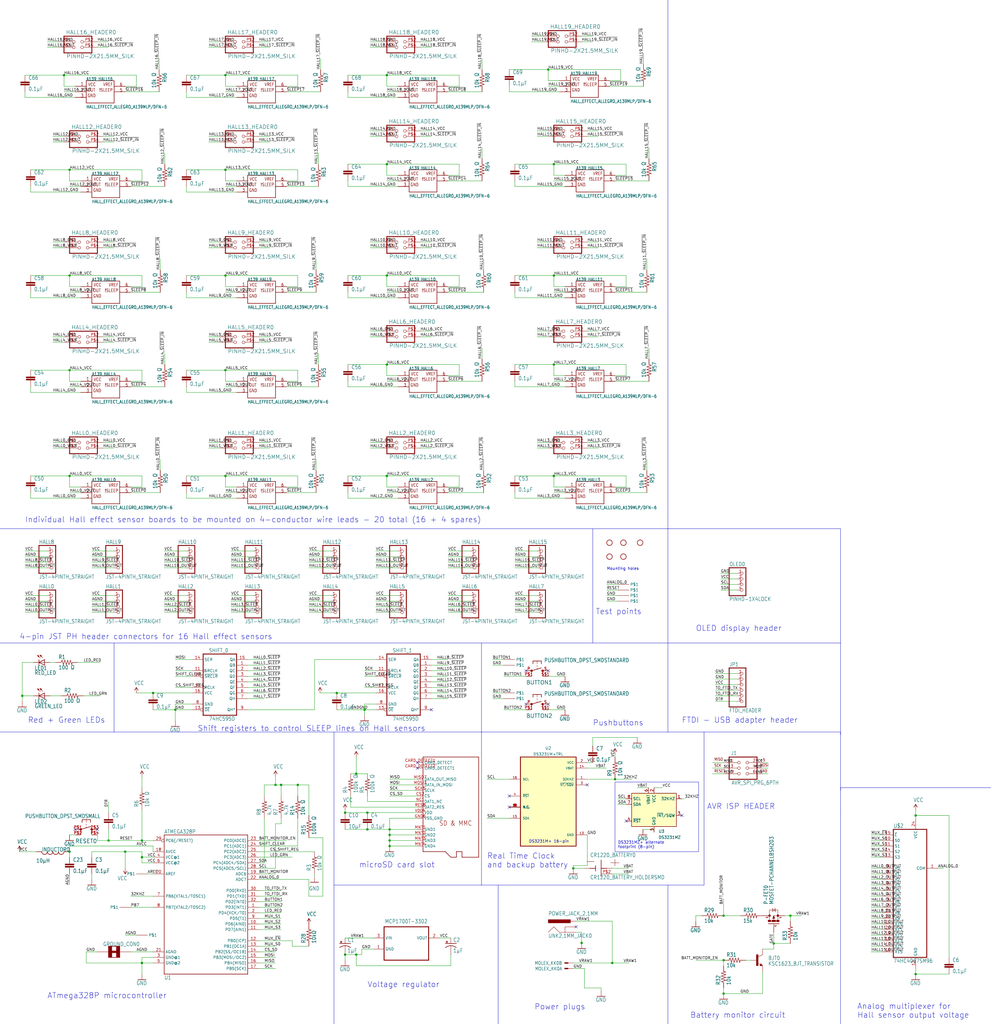
<source format=kicad_sch>
(kicad_sch (version 20230121) (generator eeschema)
  (paper "User" 452.679 467.385)
  (title_block (date "2022-11-28") (rev "F"))
  (junction (at 64.77 383.54))
  (junction (at 157.48 435.61))
  (junction (at 135.89 358.14))
  (junction (at 417.83 444.5))
  (junction (at 102.87 168.91))
  (junction (at 64.77 391.16))
  (junction (at 125.73 358.14))
  (junction (at 31.75 168.91))
  (junction (at 252.73 125.73))
  (junction (at 31.75 77.47))
  (junction (at 157.48 370.84))
  (junction (at 360.68 417.83))
  (junction (at 162.56 353.06))
  (junction (at 177.8 381))
  (junction (at 29.21 34.29))
  (junction (at 177.8 378.46))
  (junction (at 162.56 435.61))
  (junction (at 49.53 383.54))
  (junction (at 279.4 439.42))
  (junction (at 102.87 125.73))
  (junction (at 31.75 388.62))
  (junction (at 64.77 439.42))
  (junction (at 31.75 125.73))
  (junction (at 10.16 317.5))
  (junction (at 102.87 34.29))
  (junction (at 177.8 383.54))
  (junction (at 80.01 323.85))
  (junction (at 252.73 217.17))
  (junction (at 102.87 217.17))
  (junction (at 330.2 417.83))
  (junction (at 102.87 77.47))
  (junction (at 176.53 34.29))
  (junction (at 417.83 372.11))
  (junction (at 128.27 358.14))
  (junction (at 176.53 125.73))
  (junction (at 252.73 166.37))
  (junction (at 176.53 217.17))
  (junction (at 261.62 396.24))
  (junction (at 69.85 316.23))
  (junction (at 166.37 323.85))
  (junction (at 265.43 430.276))
  (junction (at 353.06 430.53))
  (junction (at 31.75 217.17))
  (junction (at 252.73 74.93))
  (junction (at 167.64 378.46))
  (junction (at 280.67 355.6))
  (junction (at 330.2 453.39))
  (junction (at 167.64 370.84))
  (junction (at 176.53 166.37))
  (junction (at 153.67 316.23))
  (junction (at 176.53 74.93))
  (junction (at 57.15 388.62))
  (junction (at 177.8 386.08))
  (junction (at 250.19 31.75))
  (junction (at 330.2 438.15))
  (no_connect (at 285.75 374.65))
  (no_connect (at 311.15 372.11))
  (no_connect (at 262.89 422.91))
  (no_connect (at 196.85 323.85))
  (no_connect (at 240.03 321.31))
  (no_connect (at 240.03 306.07))
  (no_connect (at 250.19 306.07))
  (no_connect (at 250.19 321.31))
  (no_connect (at 34.29 378.46))
  (no_connect (at 44.45 378.46))
  (no_connect (at 190.5 350.52))
  (no_connect (at 190.5 347.98))
  (no_connect (at 267.97 358.14))
  (no_connect (at 232.41 368.3))
  (no_connect (at 232.41 363.22))
  (wire (pts (xy 107.95 82.55) (xy 102.87 82.55)))
  (wire (pts (xy 107.95 173.99) (xy 102.87 173.99)))
  (wire (pts (xy 102.87 217.17) (xy 102.87 222.25)))
  (wire (pts (xy 118.11 388.62) (xy 143.51 388.62)))
  (wire (pts (xy 140.97 408.94) (xy 140.97 401.32)))
  (wire (pts (xy 402.59 401.32) (xy 397.51 401.32)))
  (wire (pts (xy 278.13 39.37) (xy 293.624 39.37)))
  (wire (pts (xy 220.726 214.63) (xy 220.726 209.55)))
  (wire (pts (xy 102.87 77.47) (xy 85.09 77.47)))
  (wire (pts (xy 250.19 323.85) (xy 257.81 323.85)))
  (wire (pts (xy 87.63 321.31) (xy 80.01 321.31)))
  (wire (pts (xy 266.7 396.24) (xy 261.62 396.24)))
  (wire (pts (xy 204.47 130.81) (xy 209.55 130.81)))
  (wire (pts (xy 209.55 39.37) (xy 209.55 34.29)))
  (wire (pts (xy 196.85 303.53) (xy 204.47 303.53)))
  (wire (pts (xy 261.62 441.96) (xy 266.7 441.96)))
  (wire (pts (xy 229.87 300.99) (xy 224.79 300.99)))
  (wire (pts (xy 257.81 171.45) (xy 252.73 171.45)))
  (wire (pts (xy 270.51 336.55) (xy 290.83 336.55)))
  (wire (pts (xy 433.07 372.11) (xy 417.83 372.11)))
  (wire (pts (xy 255.27 41.91) (xy 232.41 41.91)))
  (wire (pts (xy 64.77 383.54) (xy 49.53 383.54)))
  (wire (pts (xy 115.57 254) (xy 105.41 254)))
  (wire (pts (xy 135.89 386.08) (xy 135.89 373.38)))
  (wire (pts (xy 69.85 414.02) (xy 59.69 414.02)))
  (wire (pts (xy 166.37 326.39) (xy 166.37 323.85)))
  (wire (pts (xy 118.11 21.59) (xy 123.19 21.59)))
  (wire (pts (xy 69.85 316.23) (xy 62.23 316.23)))
  (wire (pts (xy 191.77 113.03) (xy 196.85 113.03)))
  (wire (pts (xy 402.59 396.24) (xy 397.51 396.24)))
  (wire (pts (xy 336.55 317.5) (xy 326.39 317.5)))
  (wire (pts (xy 267.97 350.52) (xy 276.86 350.52)))
  (wire (pts (xy 135.89 222.25) (xy 135.89 217.17)))
  (wire (pts (xy 118.11 156.21) (xy 123.19 156.21)))
  (polyline (pts (xy 152.4 334.01) (xy 152.4 467.36)))
  (wire (pts (xy 181.61 276.86) (xy 171.45 276.86)))
  (wire (pts (xy 118.11 436.88) (xy 125.73 436.88)))
  (wire (pts (xy 229.87 303.53) (xy 224.79 303.53)))
  (wire (pts (xy 75.184 166.37) (xy 75.184 161.29)))
  (wire (pts (xy 62.23 39.37) (xy 62.23 34.29)))
  (wire (pts (xy 31.75 125.73) (xy 13.97 125.73)))
  (polyline (pts (xy 383.54 359.41) (xy 452.12 359.41)))
  (wire (pts (xy 267.97 113.03) (xy 273.05 113.03)))
  (wire (pts (xy 181.61 224.79) (xy 176.53 224.79)))
  (wire (pts (xy 36.83 227.33) (xy 13.97 227.33)))
  (wire (pts (xy 252.73 125.73) (xy 234.95 125.73)))
  (wire (pts (xy 151.13 271.78) (xy 140.97 271.78)))
  (wire (pts (xy 130.81 82.55) (xy 135.89 82.55)))
  (wire (pts (xy 267.97 151.13) (xy 273.05 151.13)))
  (wire (pts (xy 281.94 271.78) (xy 276.86 271.78)))
  (wire (pts (xy 72.644 31.75) (xy 72.644 26.67)))
  (wire (pts (xy 135.89 82.55) (xy 135.89 77.47)))
  (wire (pts (xy 250.19 113.03) (xy 245.11 113.03)))
  (wire (pts (xy 274.32 450.85) (xy 274.32 452.12)))
  (wire (pts (xy 347.98 347.98) (xy 350.52 347.98)))
  (wire (pts (xy 85.09 87.63) (xy 85.09 85.09)))
  (wire (pts (xy 130.81 176.53) (xy 145.288 176.53)))
  (wire (pts (xy 279.4 398.78) (xy 287.02 398.78)))
  (wire (pts (xy 115.57 279.4) (xy 105.41 279.4)))
  (wire (pts (xy 140.97 382.27) (xy 147.32 382.27)))
  (wire (pts (xy 13.97 179.07) (xy 13.97 176.53)))
  (wire (pts (xy 144.272 214.63) (xy 144.272 209.55)))
  (wire (pts (xy 135.89 173.99) (xy 135.89 168.91)))
  (wire (pts (xy 285.75 130.81) (xy 285.75 125.73)))
  (wire (pts (xy 330.2 438.15) (xy 317.5 438.15)))
  (wire (pts (xy 176.53 166.37) (xy 158.75 166.37)))
  (wire (pts (xy 151.13 254) (xy 140.97 254)))
  (wire (pts (xy 353.06 430.53) (xy 360.68 430.53)))
  (wire (pts (xy 107.95 224.79) (xy 102.87 224.79)))
  (wire (pts (xy 113.03 318.77) (xy 120.65 318.77)))
  (wire (pts (xy 433.07 444.5) (xy 417.83 444.5)))
  (wire (pts (xy 52.07 274.32) (xy 41.91 274.32)))
  (wire (pts (xy 290.83 359.41) (xy 295.91 359.41)))
  (wire (pts (xy 46.99 110.49) (xy 52.07 110.49)))
  (wire (pts (xy 204.47 222.25) (xy 209.55 222.25)))
  (wire (pts (xy 10.16 317.5) (xy 10.16 320.04)))
  (wire (pts (xy 87.63 316.23) (xy 69.85 316.23)))
  (wire (pts (xy 15.24 302.26) (xy 10.16 302.26)))
  (wire (pts (xy 340.36 438.15) (xy 342.9 438.15)))
  (wire (pts (xy 118.11 408.94) (xy 128.27 408.94)))
  (polyline (pts (xy 219.71 334.01) (xy 219.71 293.37)))
  (wire (pts (xy 293.624 29.21) (xy 293.624 24.13)))
  (polyline (pts (xy 280.67 356.87) (xy 318.77 356.87)))
  (wire (pts (xy 234.95 135.89) (xy 234.95 133.35)))
  (wire (pts (xy 173.99 21.59) (xy 168.91 21.59)))
  (wire (pts (xy 57.15 41.91) (xy 72.644 41.91)))
  (wire (pts (xy 219.964 31.75) (xy 219.964 26.67)))
  (wire (pts (xy 250.19 201.93) (xy 245.11 201.93)))
  (wire (pts (xy 118.11 113.03) (xy 123.19 113.03)))
  (wire (pts (xy 252.73 74.93) (xy 234.95 74.93)))
  (wire (pts (xy 52.07 279.4) (xy 41.91 279.4)))
  (wire (pts (xy 118.11 396.24) (xy 125.73 396.24)))
  (wire (pts (xy 196.85 308.61) (xy 204.47 308.61)))
  (wire (pts (xy 31.75 388.62) (xy 31.75 391.16)))
  (wire (pts (xy 118.11 110.49) (xy 123.19 110.49)))
  (wire (pts (xy 135.89 363.22) (xy 135.89 358.14)))
  (wire (pts (xy 29.21 156.21) (xy 24.13 156.21)))
  (polyline (pts (xy 304.8 241.3) (xy 383.54 241.3)))
  (wire (pts (xy 62.23 34.29) (xy 29.21 34.29)))
  (wire (pts (xy 209.55 171.45) (xy 209.55 166.37)))
  (wire (pts (xy 115.57 276.86) (xy 105.41 276.86)))
  (wire (pts (xy 330.2 417.83) (xy 330.2 410.21)))
  (wire (pts (xy 190.5 383.54) (xy 177.8 383.54)))
  (wire (pts (xy 209.55 217.17) (xy 176.53 217.17)))
  (wire (pts (xy 29.21 153.67) (xy 24.13 153.67)))
  (wire (pts (xy 143.51 323.85) (xy 143.51 300.99)))
  (wire (pts (xy 336.55 266.7) (xy 328.93 266.7)))
  (polyline (pts (xy 383.54 372.11) (xy 383.54 467.36)))
  (wire (pts (xy 167.64 378.46) (xy 177.8 378.46)))
  (wire (pts (xy 13.97 87.63) (xy 13.97 85.09)))
  (wire (pts (xy 36.83 85.09) (xy 31.75 85.09)))
  (wire (pts (xy 250.19 31.75) (xy 250.19 36.83)))
  (wire (pts (xy 157.48 370.84) (xy 167.64 370.84)))
  (wire (pts (xy 36.83 130.81) (xy 31.75 130.81)))
  (wire (pts (xy 358.14 417.83) (xy 360.68 417.83)))
  (wire (pts (xy 190.5 355.6) (xy 177.8 355.6)))
  (wire (pts (xy 107.95 41.91) (xy 102.87 41.91)))
  (wire (pts (xy 146.304 31.75) (xy 146.304 26.67)))
  (wire (pts (xy 330.2 440.69) (xy 330.2 438.15)))
  (wire (pts (xy 191.77 153.67) (xy 196.85 153.67)))
  (wire (pts (xy 265.43 16.51) (xy 270.51 16.51)))
  (wire (pts (xy 143.51 400.05) (xy 143.51 398.78)))
  (wire (pts (xy 59.69 224.79) (xy 73.152 224.79)))
  (polyline (pts (xy 0 241.3) (xy 304.8 241.3)))
  (wire (pts (xy 257.81 224.79) (xy 252.73 224.79)))
  (wire (pts (xy 44.45 21.59) (xy 49.53 21.59)))
  (wire (pts (xy 157.48 435.61) (xy 157.48 438.15)))
  (wire (pts (xy 336.55 269.24) (xy 328.93 269.24)))
  (wire (pts (xy 402.59 408.94) (xy 397.51 408.94)))
  (wire (pts (xy 280.67 222.25) (xy 285.75 222.25)))
  (wire (pts (xy 402.59 414.02) (xy 397.51 414.02)))
  (wire (pts (xy 255.27 36.83) (xy 250.19 36.83)))
  (wire (pts (xy 204.47 80.01) (xy 209.55 80.01)))
  (wire (pts (xy 52.07 271.78) (xy 41.91 271.78)))
  (wire (pts (xy 173.99 110.49) (xy 168.91 110.49)))
  (wire (pts (xy 250.19 308.61) (xy 257.81 308.61)))
  (wire (pts (xy 147.32 408.94) (xy 140.97 408.94)))
  (wire (pts (xy 21.59 274.32) (xy 11.43 274.32)))
  (wire (pts (xy 165.1 435.61) (xy 162.56 435.61)))
  (wire (pts (xy 261.62 394.97) (xy 261.62 396.24)))
  (wire (pts (xy 36.83 82.55) (xy 31.75 82.55)))
  (polyline (pts (xy 270.51 293.37) (xy 270.51 241.3)))
  (wire (pts (xy 280.67 82.55) (xy 296.164 82.55)))
  (wire (pts (xy 181.61 85.09) (xy 158.75 85.09)))
  (wire (pts (xy 257.81 130.81) (xy 252.73 130.81)))
  (wire (pts (xy 177.8 378.46) (xy 177.8 373.38)))
  (wire (pts (xy 52.07 251.46) (xy 41.91 251.46)))
  (wire (pts (xy 140.97 358.14) (xy 135.89 358.14)))
  (wire (pts (xy 46.99 201.93) (xy 52.07 201.93)))
  (wire (pts (xy 402.59 429.26) (xy 397.51 429.26)))
  (wire (pts (xy 160.02 368.3) (xy 160.02 363.22)))
  (wire (pts (xy 118.11 431.8) (xy 125.73 431.8)))
  (wire (pts (xy 85.09 279.4) (xy 74.93 279.4)))
  (wire (pts (xy 281.94 367.03) (xy 285.75 367.03)))
  (wire (pts (xy 85.09 271.78) (xy 74.93 271.78)))
  (wire (pts (xy 347.98 433.07) (xy 353.06 433.07)))
  (wire (pts (xy 245.11 259.08) (xy 234.95 259.08)))
  (wire (pts (xy 298.45 378.46) (xy 298.45 379.73)))
  (wire (pts (xy 26.67 21.59) (xy 21.59 21.59)))
  (wire (pts (xy 281.94 364.49) (xy 285.75 364.49)))
  (wire (pts (xy 402.59 421.64) (xy 397.51 421.64)))
  (wire (pts (xy 402.59 431.8) (xy 397.51 431.8)))
  (wire (pts (xy 107.95 133.35) (xy 102.87 133.35)))
  (wire (pts (xy 320.04 417.83) (xy 317.5 417.83)))
  (wire (pts (xy 130.81 133.35) (xy 144.272 133.35)))
  (wire (pts (xy 181.61 274.32) (xy 171.45 274.32)))
  (wire (pts (xy 64.77 439.42) (xy 64.77 444.5)))
  (wire (pts (xy 229.87 318.77) (xy 224.79 318.77)))
  (wire (pts (xy 417.83 372.11) (xy 417.83 369.57)))
  (wire (pts (xy 191.77 201.93) (xy 196.85 201.93)))
  (wire (pts (xy 181.61 130.81) (xy 176.53 130.81)))
  (polyline (pts (xy 227.33 403.86) (xy 227.33 467.36)))
  (wire (pts (xy 347.98 443.23) (xy 347.98 453.39)))
  (wire (pts (xy 21.59 254) (xy 11.43 254)))
  (wire (pts (xy 173.99 153.67) (xy 168.91 153.67)))
  (wire (pts (xy 252.73 166.37) (xy 234.95 166.37)))
  (wire (pts (xy 113.03 323.85) (xy 143.51 323.85)))
  (wire (pts (xy 151.13 256.54) (xy 140.97 256.54)))
  (wire (pts (xy 153.67 323.85) (xy 166.37 323.85)))
  (wire (pts (xy 31.75 168.91) (xy 13.97 168.91)))
  (wire (pts (xy 151.13 259.08) (xy 140.97 259.08)))
  (wire (pts (xy 59.69 176.53) (xy 75.184 176.53)))
  (wire (pts (xy 59.69 130.81) (xy 64.77 130.81)))
  (wire (pts (xy 176.53 217.17) (xy 158.75 217.17)))
  (wire (pts (xy 181.61 227.33) (xy 158.75 227.33)))
  (wire (pts (xy 214.63 254) (xy 204.47 254)))
  (wire (pts (xy 31.75 398.78) (xy 31.75 403.86)))
  (wire (pts (xy 107.95 222.25) (xy 102.87 222.25)))
  (wire (pts (xy 402.59 386.08) (xy 397.51 386.08)))
  (wire (pts (xy 196.85 318.77) (xy 204.47 318.77)))
  (wire (pts (xy 257.81 85.09) (xy 234.95 85.09)))
  (wire (pts (xy 29.21 110.49) (xy 24.13 110.49)))
  (wire (pts (xy 196.85 316.23) (xy 204.47 316.23)))
  (wire (pts (xy 190.5 363.22) (xy 177.8 363.22)))
  (wire (pts (xy 177.8 381) (xy 177.8 383.54)))
  (wire (pts (xy 29.21 64.77) (xy 24.13 64.77)))
  (wire (pts (xy 214.63 251.46) (xy 204.47 251.46)))
  (polyline (pts (xy 0 293.37) (xy 270.51 293.37)))
  (wire (pts (xy 222.25 355.6) (xy 232.41 355.6)))
  (wire (pts (xy 128.27 363.22) (xy 128.27 358.14)))
  (wire (pts (xy 176.53 74.93) (xy 176.53 80.01)))
  (wire (pts (xy 59.69 173.99) (xy 64.77 173.99)))
  (wire (pts (xy 330.2 450.85) (xy 330.2 453.39)))
  (wire (pts (xy 280.67 130.81) (xy 285.75 130.81)))
  (wire (pts (xy 171.45 323.85) (xy 166.37 323.85)))
  (wire (pts (xy 252.73 217.17) (xy 234.95 217.17)))
  (wire (pts (xy 190.5 368.3) (xy 160.02 368.3)))
  (wire (pts (xy 49.53 383.54) (xy 49.53 378.46)))
  (wire (pts (xy 16.51 388.62) (xy 8.89 388.62)))
  (wire (pts (xy 36.83 133.35) (xy 31.75 133.35)))
  (wire (pts (xy 130.81 39.37) (xy 135.89 39.37)))
  (wire (pts (xy 234.95 85.09) (xy 234.95 82.55)))
  (wire (pts (xy 302.26 359.41) (xy 298.45 359.41)))
  (wire (pts (xy 21.59 271.78) (xy 11.43 271.78)))
  (wire (pts (xy 250.19 59.69) (xy 245.11 59.69)))
  (wire (pts (xy 265.43 19.05) (xy 270.51 19.05)))
  (wire (pts (xy 102.87 34.29) (xy 85.09 34.29)))
  (wire (pts (xy 107.95 87.63) (xy 85.09 87.63)))
  (wire (pts (xy 162.56 353.06) (xy 162.56 345.44)))
  (wire (pts (xy 214.63 276.86) (xy 204.47 276.86)))
  (wire (pts (xy 115.57 271.78) (xy 105.41 271.78)))
  (wire (pts (xy 128.27 375.92) (xy 128.27 373.38)))
  (wire (pts (xy 10.16 302.26) (xy 10.16 317.5)))
  (wire (pts (xy 353.06 433.07) (xy 353.06 430.53)))
  (wire (pts (xy 64.77 168.91) (xy 31.75 168.91)))
  (wire (pts (xy 57.15 396.24) (xy 57.15 388.62)))
  (wire (pts (xy 181.61 251.46) (xy 171.45 251.46)))
  (polyline (pts (xy 219.71 334.01) (xy 304.8 334.01)))
  (polyline (pts (xy 152.4 467.36) (xy 154.94 467.36)))
  (wire (pts (xy 427.99 396.24) (xy 430.53 396.24)))
  (wire (pts (xy 118.11 434.34) (xy 125.73 434.34)))
  (wire (pts (xy 196.85 300.99) (xy 204.47 300.99)))
  (wire (pts (xy 219.964 163.83) (xy 219.964 158.75)))
  (wire (pts (xy 285.75 74.93) (xy 252.73 74.93)))
  (wire (pts (xy 85.09 276.86) (xy 74.93 276.86)))
  (wire (pts (xy 64.77 130.81) (xy 64.77 125.73)))
  (wire (pts (xy 402.59 419.1) (xy 397.51 419.1)))
  (wire (pts (xy 280.67 171.45) (xy 285.75 171.45)))
  (wire (pts (xy 209.55 130.81) (xy 209.55 125.73)))
  (wire (pts (xy 347.98 453.39) (xy 330.2 453.39)))
  (wire (pts (xy 100.33 19.05) (xy 95.25 19.05)))
  (wire (pts (xy 181.61 222.25) (xy 176.53 222.25)))
  (wire (pts (xy 144.272 123.19) (xy 144.272 118.11)))
  (wire (pts (xy 135.89 34.29) (xy 102.87 34.29)))
  (polyline (pts (xy 304.8 403.86) (xy 304.8 467.36)))
  (wire (pts (xy 229.87 316.23) (xy 224.79 316.23)))
  (wire (pts (xy 204.47 133.35) (xy 220.726 133.35)))
  (wire (pts (xy 120.65 393.7) (xy 120.65 373.38)))
  (wire (pts (xy 336.55 261.62) (xy 328.93 261.62)))
  (wire (pts (xy 118.11 414.02) (xy 128.27 414.02)))
  (wire (pts (xy 330.2 350.52) (xy 325.12 350.52)))
  (wire (pts (xy 118.11 411.48) (xy 128.27 411.48)))
  (wire (pts (xy 130.81 130.81) (xy 135.89 130.81)))
  (wire (pts (xy 262.89 420.37) (xy 279.4 420.37)))
  (wire (pts (xy 69.85 393.7) (xy 64.77 393.7)))
  (wire (pts (xy 181.61 171.45) (xy 176.53 171.45)))
  (polyline (pts (xy 383.54 334.01) (xy 383.54 360.68)))
  (wire (pts (xy 296.164 163.83) (xy 296.164 158.75)))
  (wire (pts (xy 222.25 373.38) (xy 232.41 373.38)))
  (polyline (pts (xy 383.54 241.3) (xy 383.54 293.37)))
  (wire (pts (xy 280.67 224.79) (xy 295.148 224.79)))
  (wire (pts (xy 234.95 227.33) (xy 234.95 224.79)))
  (wire (pts (xy 15.24 317.5) (xy 10.16 317.5)))
  (wire (pts (xy 170.18 433.07) (xy 165.1 433.07)))
  (wire (pts (xy 130.81 173.99) (xy 135.89 173.99)))
  (wire (pts (xy 85.09 179.07) (xy 85.09 176.53)))
  (wire (pts (xy 46.99 64.77) (xy 52.07 64.77)))
  (wire (pts (xy 278.13 36.83) (xy 283.21 36.83)))
  (wire (pts (xy 118.11 421.64) (xy 128.27 421.64)))
  (wire (pts (xy 100.33 62.23) (xy 95.25 62.23)))
  (wire (pts (xy 87.63 313.69) (xy 80.01 313.69)))
  (wire (pts (xy 162.56 435.61) (xy 157.48 435.61)))
  (wire (pts (xy 130.81 85.09) (xy 145.288 85.09)))
  (wire (pts (xy 118.11 19.05) (xy 123.19 19.05)))
  (wire (pts (xy 118.11 441.96) (xy 125.73 441.96)))
  (wire (pts (xy 41.91 388.62) (xy 41.91 391.16)))
  (wire (pts (xy 38.1 317.5) (xy 45.72 317.5)))
  (wire (pts (xy 87.63 323.85) (xy 80.01 323.85)))
  (wire (pts (xy 181.61 254) (xy 171.45 254)))
  (wire (pts (xy 26.67 19.05) (xy 21.59 19.05)))
  (wire (pts (xy 118.11 429.26) (xy 133.35 429.26)))
  (wire (pts (xy 173.99 113.03) (xy 168.91 113.03)))
  (wire (pts (xy 118.11 419.1) (xy 128.27 419.1)))
  (wire (pts (xy 102.87 168.91) (xy 85.09 168.91)))
  (wire (pts (xy 267.97 381) (xy 267.97 394.97)))
  (wire (pts (xy 52.07 276.86) (xy 41.91 276.86)))
  (wire (pts (xy 34.29 381) (xy 31.75 381)))
  (wire (pts (xy 190.5 358.14) (xy 177.8 358.14)))
  (wire (pts (xy 130.81 41.91) (xy 146.304 41.91)))
  (wire (pts (xy 118.11 416.56) (xy 128.27 416.56)))
  (polyline (pts (xy 280.67 356.87) (xy 280.67 388.62)))
  (wire (pts (xy 402.59 383.54) (xy 397.51 383.54)))
  (wire (pts (xy 283.21 36.83) (xy 283.21 31.75)))
  (polyline (pts (xy 321.31 403.86) (xy 321.31 334.01)))
  (polyline (pts (xy 304.8 403.86) (xy 321.31 403.86)))
  (wire (pts (xy 267.97 201.93) (xy 273.05 201.93)))
  (wire (pts (xy 85.09 254) (xy 74.93 254)))
  (wire (pts (xy 158.75 227.33) (xy 158.75 224.79)))
  (wire (pts (xy 245.11 276.86) (xy 234.95 276.86)))
  (wire (pts (xy 36.83 176.53) (xy 31.75 176.53)))
  (wire (pts (xy 75.184 74.93) (xy 75.184 69.85)))
  (wire (pts (xy 140.97 372.11) (xy 140.97 358.14)))
  (wire (pts (xy 135.89 168.91) (xy 102.87 168.91)))
  (wire (pts (xy 29.21 113.03) (xy 24.13 113.03)))
  (wire (pts (xy 280.67 173.99) (xy 296.164 173.99)))
  (wire (pts (xy 52.07 256.54) (xy 41.91 256.54)))
  (wire (pts (xy 44.45 383.54) (xy 44.45 381)))
  (wire (pts (xy 266.7 441.96) (xy 266.7 450.85)))
  (polyline (pts (xy 304.8 403.86) (xy 219.71 403.86)))
  (wire (pts (xy 181.61 39.37) (xy 176.53 39.37)))
  (wire (pts (xy 336.55 309.88) (xy 326.39 309.88)))
  (polyline (pts (xy 52.07 334.01) (xy 52.07 293.37)))
  (wire (pts (xy 295.148 214.63) (xy 295.148 209.55)))
  (wire (pts (xy 69.85 408.94) (xy 59.69 408.94)))
  (wire (pts (xy 100.33 113.03) (xy 95.25 113.03)))
  (wire (pts (xy 293.37 378.46) (xy 298.45 378.46)))
  (wire (pts (xy 209.55 74.93) (xy 176.53 74.93)))
  (wire (pts (xy 41.91 398.78) (xy 41.91 401.32)))
  (wire (pts (xy 196.85 313.69) (xy 204.47 313.69)))
  (wire (pts (xy 113.03 306.07) (xy 120.65 306.07)))
  (polyline (pts (xy 304.8 0) (xy 304.8 241.3)))
  (wire (pts (xy 118.11 406.4) (xy 128.27 406.4)))
  (wire (pts (xy 102.87 125.73) (xy 85.09 125.73)))
  (wire (pts (xy 21.59 259.08) (xy 11.43 259.08)))
  (wire (pts (xy 170.18 427.99) (xy 157.48 427.99)))
  (wire (pts (xy 162.56 440.69) (xy 162.56 435.61)))
  (wire (pts (xy 245.11 271.78) (xy 234.95 271.78)))
  (wire (pts (xy 402.59 388.62) (xy 397.51 388.62)))
  (wire (pts (xy 176.53 217.17) (xy 176.53 222.25)))
  (wire (pts (xy 36.83 222.25) (xy 31.75 222.25)))
  (wire (pts (xy 265.43 430.276) (xy 265.43 430.53)))
  (wire (pts (xy 214.63 259.08) (xy 204.47 259.08)))
  (wire (pts (xy 245.11 256.54) (xy 234.95 256.54)))
  (wire (pts (xy 36.83 173.99) (xy 31.75 173.99)))
  (wire (pts (xy 205.74 440.69) (xy 162.56 440.69)))
  (wire (pts (xy 433.07 436.88) (xy 433.07 372.11)))
  (wire (pts (xy 64.77 439.42) (xy 39.37 439.42)))
  (wire (pts (xy 252.73 217.17) (xy 252.73 222.25)))
  (wire (pts (xy 158.75 135.89) (xy 158.75 133.35)))
  (wire (pts (xy 115.57 259.08) (xy 105.41 259.08)))
  (wire (pts (xy 214.63 274.32) (xy 204.47 274.32)))
  (polyline (pts (xy 304.8 334.01) (xy 383.54 334.01)))
  (wire (pts (xy 130.81 224.79) (xy 144.272 224.79)))
  (wire (pts (xy 87.63 300.99) (xy 80.01 300.99)))
  (wire (pts (xy 402.59 426.72) (xy 397.51 426.72)))
  (wire (pts (xy 59.69 85.09) (xy 75.184 85.09)))
  (wire (pts (xy 100.33 204.47) (xy 95.25 204.47)))
  (wire (pts (xy 118.11 386.08) (xy 135.89 386.08)))
  (wire (pts (xy 336.55 307.34) (xy 326.39 307.34)))
  (wire (pts (xy 257.81 222.25) (xy 252.73 222.25)))
  (wire (pts (xy 167.64 365.76) (xy 167.64 363.22)))
  (wire (pts (xy 100.33 64.77) (xy 95.25 64.77)))
  (wire (pts (xy 209.55 34.29) (xy 176.53 34.29)))
  (wire (pts (xy 102.87 77.47) (xy 102.87 82.55)))
  (polyline (pts (xy 304.8 334.01) (xy 304.8 241.3)))
  (wire (pts (xy 262.89 425.45) (xy 265.43 425.45)))
  (wire (pts (xy 173.99 59.69) (xy 168.91 59.69)))
  (polyline (pts (xy 270.51 293.37) (xy 304.8 293.37)))
  (wire (pts (xy 36.83 135.89) (xy 13.97 135.89)))
  (wire (pts (xy 190.5 386.08) (xy 177.8 386.08)))
  (wire (pts (xy 158.75 85.09) (xy 158.75 82.55)))
  (wire (pts (xy 176.53 34.29) (xy 158.75 34.29)))
  (wire (pts (xy 181.61 279.4) (xy 171.45 279.4)))
  (wire (pts (xy 25.4 302.26) (xy 22.86 302.26)))
  (wire (pts (xy 118.11 393.7) (xy 120.65 393.7)))
  (wire (pts (xy 125.73 354.33) (xy 125.73 358.14)))
  (wire (pts (xy 29.21 34.29) (xy 29.21 39.37)))
  (wire (pts (xy 158.75 44.45) (xy 158.75 41.91)))
  (wire (pts (xy 100.33 201.93) (xy 95.25 201.93)))
  (wire (pts (xy 21.59 276.86) (xy 11.43 276.86)))
  (wire (pts (xy 13.97 135.89) (xy 13.97 133.35)))
  (wire (pts (xy 209.55 125.73) (xy 176.53 125.73)))
  (wire (pts (xy 190.5 373.38) (xy 177.8 373.38)))
  (wire (pts (xy 250.19 31.75) (xy 232.41 31.75)))
  (wire (pts (xy 100.33 153.67) (xy 95.25 153.67)))
  (wire (pts (xy 417.83 372.11) (xy 417.83 373.38)))
  (wire (pts (xy 255.27 39.37) (xy 250.19 39.37)))
  (wire (pts (xy 257.81 133.35) (xy 252.73 133.35)))
  (wire (pts (xy 181.61 271.78) (xy 171.45 271.78)))
  (wire (pts (xy 64.77 383.54) (xy 64.77 369.57)))
  (wire (pts (xy 73.152 123.19) (xy 73.152 118.11)))
  (wire (pts (xy 250.19 153.67) (xy 245.11 153.67)))
  (wire (pts (xy 417.83 441.96) (xy 417.83 444.5)))
  (wire (pts (xy 296.164 72.39) (xy 296.164 67.31)))
  (wire (pts (xy 245.11 274.32) (xy 234.95 274.32)))
  (wire (pts (xy 214.63 279.4) (xy 204.47 279.4)))
  (wire (pts (xy 191.77 110.49) (xy 196.85 110.49)))
  (wire (pts (xy 245.11 251.46) (xy 234.95 251.46)))
  (wire (pts (xy 181.61 41.91) (xy 176.53 41.91)))
  (wire (pts (xy 31.75 125.73) (xy 31.75 130.81)))
  (wire (pts (xy 250.19 151.13) (xy 245.11 151.13)))
  (wire (pts (xy 133.35 431.8) (xy 140.97 431.8)))
  (wire (pts (xy 118.11 439.42) (xy 125.73 439.42)))
  (wire (pts (xy 118.11 383.54) (xy 130.81 383.54)))
  (wire (pts (xy 173.99 62.23) (xy 168.91 62.23)))
  (wire (pts (xy 252.73 166.37) (xy 252.73 171.45)))
  (wire (pts (xy 181.61 133.35) (xy 176.53 133.35)))
  (wire (pts (xy 69.85 439.42) (xy 64.77 439.42)))
  (wire (pts (xy 281.94 269.24) (xy 276.86 269.24)))
  (wire (pts (xy 120.65 358.14) (xy 125.73 358.14)))
  (wire (pts (xy 46.99 156.21) (xy 52.07 156.21)))
  (wire (pts (xy 59.69 133.35) (xy 73.152 133.35)))
  (wire (pts (xy 234.95 176.53) (xy 234.95 173.99)))
  (wire (pts (xy 257.81 173.99) (xy 252.73 173.99)))
  (wire (pts (xy 118.11 398.78) (xy 125.73 398.78)))
  (wire (pts (xy 130.81 222.25) (xy 135.89 222.25)))
  (wire (pts (xy 69.85 323.85) (xy 80.01 323.85)))
  (wire (pts (xy 125.73 375.92) (xy 128.27 375.92)))
  (wire (pts (xy 176.53 125.73) (xy 176.53 130.81)))
  (wire (pts (xy 69.85 383.54) (xy 64.77 383.54)))
  (wire (pts (xy 64.77 82.55) (xy 64.77 77.47)))
  (wire (pts (xy 143.51 300.99) (xy 171.45 300.99)))
  (wire (pts (xy 252.73 74.93) (xy 252.73 80.01)))
  (wire (pts (xy 64.77 77.47) (xy 31.75 77.47)))
  (wire (pts (xy 220.726 123.19) (xy 220.726 118.11)))
  (wire (pts (xy 102.87 125.73) (xy 102.87 130.81)))
  (wire (pts (xy 281.94 274.32) (xy 276.86 274.32)))
  (wire (pts (xy 285.75 217.17) (xy 252.73 217.17)))
  (wire (pts (xy 135.89 358.14) (xy 128.27 358.14)))
  (wire (pts (xy 317.5 417.83) (xy 317.5 420.37)))
  (wire (pts (xy 107.95 39.37) (xy 102.87 39.37)))
  (wire (pts (xy 336.55 312.42) (xy 326.39 312.42)))
  (wire (pts (xy 240.03 308.61) (xy 229.87 308.61)))
  (wire (pts (xy 113.03 316.23) (xy 120.65 316.23)))
  (wire (pts (xy 145.288 74.93) (xy 145.288 69.85)))
  (wire (pts (xy 204.47 39.37) (xy 209.55 39.37)))
  (wire (pts (xy 46.99 153.67) (xy 52.07 153.67)))
  (wire (pts (xy 13.97 227.33) (xy 13.97 224.79)))
  (wire (pts (xy 29.21 204.47) (xy 24.13 204.47)))
  (wire (pts (xy 177.8 378.46) (xy 177.8 381)))
  (wire (pts (xy 62.23 426.72) (xy 57.15 426.72)))
  (wire (pts (xy 190.5 381) (xy 177.8 381)))
  (wire (pts (xy 102.87 34.29) (xy 102.87 39.37)))
  (wire (pts (xy 85.09 227.33) (xy 85.09 224.79)))
  (wire (pts (xy 64.77 391.16) (xy 64.77 388.62)))
  (wire (pts (xy 11.43 44.45) (xy 11.43 41.91)))
  (wire (pts (xy 39.37 439.42) (xy 39.37 434.34)))
  (wire (pts (xy 44.45 434.34) (xy 39.37 434.34)))
  (wire (pts (xy 120.65 363.22) (xy 120.65 358.14)))
  (wire (pts (xy 31.75 217.17) (xy 13.97 217.17)))
  (wire (pts (xy 311.15 364.49) (xy 312.42 364.49)))
  (wire (pts (xy 270.51 340.36) (xy 270.51 336.55)))
  (wire (pts (xy 176.53 74.93) (xy 158.75 74.93)))
  (wire (pts (xy 267.97 355.6) (xy 280.67 355.6)))
  (wire (pts (xy 125.73 396.24) (xy 125.73 375.92)))
  (wire (pts (xy 267.97 204.47) (xy 273.05 204.47)))
  (wire (pts (xy 257.81 176.53) (xy 234.95 176.53)))
  (wire (pts (xy 209.55 166.37) (xy 176.53 166.37)))
  (wire (pts (xy 34.29 41.91) (xy 29.21 41.91)))
  (wire (pts (xy 64.77 393.7) (xy 64.77 391.16)))
  (polyline (pts (xy 52.07 334.01) (xy 219.71 334.01)))
  (wire (pts (xy 57.15 39.37) (xy 62.23 39.37)))
  (wire (pts (xy 113.03 308.61) (xy 120.65 308.61)))
  (wire (pts (xy 171.45 316.23) (xy 153.67 316.23)))
  (wire (pts (xy 34.29 44.45) (xy 11.43 44.45)))
  (wire (pts (xy 240.03 323.85) (xy 229.87 323.85)))
  (wire (pts (xy 181.61 80.01) (xy 176.53 80.01)))
  (wire (pts (xy 36.83 224.79) (xy 31.75 224.79)))
  (wire (pts (xy 402.59 424.18) (xy 397.51 424.18)))
  (wire (pts (xy 191.77 19.05) (xy 196.85 19.05)))
  (wire (pts (xy 279.4 439.42) (xy 287.02 439.42)))
  (wire (pts (xy 204.47 173.99) (xy 219.964 173.99)))
  (wire (pts (xy 285.75 166.37) (xy 252.73 166.37)))
  (wire (pts (xy 31.75 168.91) (xy 31.75 173.99)))
  (polyline (pts (xy 383.54 293.37) (xy 383.54 335.28)))
  (wire (pts (xy 267.97 110.49) (xy 273.05 110.49)))
  (wire (pts (xy 347.98 353.06) (xy 350.52 353.06)))
  (wire (pts (xy 135.89 130.81) (xy 135.89 125.73)))
  (wire (pts (xy 267.97 153.67) (xy 273.05 153.67)))
  (wire (pts (xy 100.33 110.49) (xy 95.25 110.49)))
  (wire (pts (xy 219.964 72.39) (xy 219.964 67.31)))
  (wire (pts (xy 35.56 302.26) (xy 45.72 302.26)))
  (wire (pts (xy 191.77 62.23) (xy 196.85 62.23)))
  (polyline (pts (xy 219.71 334.01) (xy 219.71 403.86)))
  (wire (pts (xy 257.81 135.89) (xy 234.95 135.89)))
  (wire (pts (xy 135.89 39.37) (xy 135.89 34.29)))
  (wire (pts (xy 135.89 77.47) (xy 102.87 77.47)))
  (wire (pts (xy 80.01 323.85) (xy 80.01 321.31)))
  (wire (pts (xy 279.4 396.24) (xy 287.02 396.24)))
  (wire (pts (xy 29.21 201.93) (xy 24.13 201.93)))
  (wire (pts (xy 31.75 217.17) (xy 31.75 222.25)))
  (wire (pts (xy 353.06 430.53) (xy 353.06 425.45)))
  (wire (pts (xy 204.47 82.55) (xy 219.964 82.55)))
  (wire (pts (xy 336.55 314.96) (xy 326.39 314.96)))
  (wire (pts (xy 69.85 436.88) (xy 64.77 436.88)))
  (wire (pts (xy 46.99 113.03) (xy 52.07 113.03)))
  (wire (pts (xy 267.97 59.69) (xy 273.05 59.69)))
  (wire (pts (xy 402.59 411.48) (xy 397.51 411.48)))
  (wire (pts (xy 73.152 214.63) (xy 73.152 209.55)))
  (polyline (pts (xy 383.54 372.11) (xy 383.54 359.41)))
  (wire (pts (xy 173.99 151.13) (xy 168.91 151.13)))
  (wire (pts (xy 85.09 256.54) (xy 74.93 256.54)))
  (wire (pts (xy 171.45 321.31) (xy 166.37 321.31)))
  (wire (pts (xy 191.77 21.59) (xy 196.85 21.59)))
  (wire (pts (xy 337.82 417.83) (xy 330.2 417.83)))
  (wire (pts (xy 107.95 176.53) (xy 102.87 176.53)))
  (wire (pts (xy 181.61 176.53) (xy 158.75 176.53)))
  (wire (pts (xy 204.47 41.91) (xy 219.964 41.91)))
  (wire (pts (xy 118.11 153.67) (xy 123.19 153.67)))
  (wire (pts (xy 285.75 222.25) (xy 285.75 217.17)))
  (wire (pts (xy 151.13 251.46) (xy 140.97 251.46)))
  (wire (pts (xy 257.81 80.01) (xy 252.73 80.01)))
  (wire (pts (xy 107.95 179.07) (xy 85.09 179.07)))
  (wire (pts (xy 190.5 365.76) (xy 167.64 365.76)))
  (wire (pts (xy 69.85 398.78) (xy 67.31 398.78)))
  (wire (pts (xy 181.61 44.45) (xy 158.75 44.45)))
  (wire (pts (xy 21.59 256.54) (xy 11.43 256.54)))
  (wire (pts (xy 171.45 313.69) (xy 166.37 313.69)))
  (wire (pts (xy 267.97 62.23) (xy 273.05 62.23)))
  (wire (pts (xy 176.53 34.29) (xy 176.53 39.37)))
  (wire (pts (xy 85.09 274.32) (xy 74.93 274.32)))
  (wire (pts (xy 171.45 308.61) (xy 166.37 308.61)))
  (wire (pts (xy 295.148 123.19) (xy 295.148 118.11)))
  (wire (pts (xy 147.32 382.27) (xy 147.32 408.94)))
  (polyline (pts (xy 304.8 293.37) (xy 383.54 293.37)))
  (wire (pts (xy 118.11 424.18) (xy 128.27 424.18)))
  (wire (pts (xy 85.09 44.45) (xy 85.09 41.91)))
  (wire (pts (xy 133.35 429.26) (xy 133.35 431.8)))
  (wire (pts (xy 176.53 125.73) (xy 158.75 125.73)))
  (wire (pts (xy 100.33 156.21) (xy 95.25 156.21)))
  (polyline (pts (xy 280.67 388.62) (xy 318.77 388.62)))
  (wire (pts (xy 360.68 420.37) (xy 360.68 417.83)))
  (wire (pts (xy 135.89 217.17) (xy 102.87 217.17)))
  (wire (pts (xy 135.89 125.73) (xy 102.87 125.73)))
  (wire (pts (xy 113.03 311.15) (xy 120.65 311.15)))
  (wire (pts (xy 46.99 62.23) (xy 52.07 62.23)))
  (wire (pts (xy 80.01 328.93) (xy 80.01 323.85)))
  (wire (pts (xy 145.288 166.37) (xy 145.288 161.29)))
  (wire (pts (xy 245.11 279.4) (xy 234.95 279.4)))
  (wire (pts (xy 59.69 82.55) (xy 64.77 82.55)))
  (wire (pts (xy 160.02 353.06) (xy 162.56 353.06)))
  (wire (pts (xy 85.09 251.46) (xy 74.93 251.46)))
  (wire (pts (xy 49.53 383.54) (xy 44.45 383.54)))
  (wire (pts (xy 330.2 353.06) (xy 325.12 353.06)))
  (wire (pts (xy 52.07 259.08) (xy 41.91 259.08)))
  (wire (pts (xy 280.67 345.44) (xy 280.67 344.17)))
  (wire (pts (xy 59.69 434.34) (xy 69.85 434.34)))
  (wire (pts (xy 113.03 303.53) (xy 120.65 303.53)))
  (wire (pts (xy 113.03 300.99) (xy 120.65 300.99)))
  (wire (pts (xy 214.63 271.78) (xy 204.47 271.78)))
  (wire (pts (xy 64.77 173.99) (xy 64.77 168.91)))
  (wire (pts (xy 118.11 204.47) (xy 123.19 204.47)))
  (wire (pts (xy 29.21 62.23) (xy 24.13 62.23)))
  (wire (pts (xy 281.94 266.7) (xy 276.86 266.7)))
  (wire (pts (xy 167.64 353.06) (xy 162.56 353.06)))
  (wire (pts (xy 153.67 316.23) (xy 146.05 316.23)))
  (wire (pts (xy 36.83 87.63) (xy 13.97 87.63)))
  (wire (pts (xy 64.77 436.88) (xy 64.77 439.42)))
  (wire (pts (xy 167.64 378.46) (xy 157.48 378.46)))
  (wire (pts (xy 250.19 62.23) (xy 245.11 62.23)))
  (wire (pts (xy 336.55 264.16) (xy 328.93 264.16)))
  (wire (pts (xy 102.87 168.91) (xy 102.87 173.99)))
  (wire (pts (xy 261.62 439.42) (xy 279.4 439.42)))
  (wire (pts (xy 173.99 204.47) (xy 168.91 204.47)))
  (wire (pts (xy 402.59 434.34) (xy 397.51 434.34)))
  (wire (pts (xy 165.1 433.07) (xy 165.1 435.61)))
  (wire (pts (xy 196.85 306.07) (xy 204.47 306.07)))
  (wire (pts (xy 402.59 406.4) (xy 397.51 406.4)))
  (wire (pts (xy 285.75 171.45) (xy 285.75 166.37)))
  (wire (pts (xy 181.61 173.99) (xy 176.53 173.99)))
  (wire (pts (xy 196.85 311.15) (xy 204.47 311.15)))
  (wire (pts (xy 252.73 125.73) (xy 252.73 130.81)))
  (wire (pts (xy 347.98 350.52) (xy 350.52 350.52)))
  (wire (pts (xy 85.09 135.89) (xy 85.09 133.35)))
  (wire (pts (xy 118.11 391.16) (xy 133.35 391.16)))
  (wire (pts (xy 69.85 391.16) (xy 64.77 391.16)))
  (wire (pts (xy 265.43 425.45) (xy 265.43 430.276)))
  (wire (pts (xy 214.63 256.54) (xy 204.47 256.54)))
  (wire (pts (xy 181.61 82.55) (xy 176.53 82.55)))
  (wire (pts (xy 166.37 323.85) (xy 166.37 321.31)))
  (wire (pts (xy 204.47 171.45) (xy 209.55 171.45)))
  (wire (pts (xy 107.95 135.89) (xy 85.09 135.89)))
  (wire (pts (xy 181.61 256.54) (xy 171.45 256.54)))
  (wire (pts (xy 107.95 44.45) (xy 85.09 44.45)))
  (wire (pts (xy 36.83 179.07) (xy 13.97 179.07)))
  (wire (pts (xy 200.66 427.99) (xy 205.74 427.99)))
  (wire (pts (xy 21.59 279.4) (xy 11.43 279.4)))
  (wire (pts (xy 285.75 80.01) (xy 285.75 74.93)))
  (wire (pts (xy 100.33 21.59) (xy 95.25 21.59)))
  (wire (pts (xy 191.77 151.13) (xy 196.85 151.13)))
  (wire (pts (xy 402.59 403.86) (xy 397.51 403.86)))
  (wire (pts (xy 209.55 80.01) (xy 209.55 74.93)))
  (wire (pts (xy 27.94 317.5) (xy 22.86 317.5)))
  (wire (pts (xy 31.75 386.08) (xy 31.75 388.62)))
  (wire (pts (xy 115.57 251.46) (xy 105.41 251.46)))
  (wire (pts (xy 191.77 204.47) (xy 196.85 204.47)))
  (wire (pts (xy 247.65 19.05) (xy 242.57 19.05)))
  (wire (pts (xy 250.19 110.49) (xy 245.11 110.49)))
  (wire (pts (xy 209.55 222.25) (xy 209.55 217.17)))
  (wire (pts (xy 31.75 77.47) (xy 13.97 77.47)))
  (wire (pts (xy 49.53 370.84) (xy 49.53 365.76)))
  (wire (pts (xy 118.11 62.23) (xy 123.19 62.23)))
  (wire (pts (xy 280.67 133.35) (xy 295.148 133.35)))
  (wire (pts (xy 118.11 64.77) (xy 123.19 64.77)))
  (wire (pts (xy 115.57 274.32) (xy 105.41 274.32)))
  (wire (pts (xy 205.74 435.61) (xy 205.74 440.69)))
  (wire (pts (xy 46.99 204.47) (xy 52.07 204.47)))
  (wire (pts (xy 64.77 222.25) (xy 64.77 217.17)))
  (wire (pts (xy 102.87 217.17) (xy 85.09 217.17)))
  (wire (pts (xy 360.68 417.83) (xy 365.76 417.83)))
  (wire (pts (xy 171.45 306.07) (xy 166.37 306.07)))
  (wire (pts (xy 107.95 85.09) (xy 102.87 85.09)))
  (wire (pts (xy 279.4 420.37) (xy 279.4 439.42)))
  (wire (pts (xy 402.59 416.56) (xy 397.51 416.56)))
  (wire (pts (xy 257.81 227.33) (xy 234.95 227.33)))
  (wire (pts (xy 64.77 359.41) (xy 64.77 354.33)))
  (wire (pts (xy 181.61 259.08) (xy 171.45 259.08)))
  (wire (pts (xy 190.5 360.68) (xy 177.8 360.68)))
  (wire (pts (xy 167.64 370.84) (xy 190.5 370.84)))
  (wire (pts (xy 64.77 217.17) (xy 31.75 217.17)))
  (wire (pts (xy 267.97 347.98) (xy 270.51 347.98)))
  (wire (pts (xy 250.19 204.47) (xy 245.11 204.47)))
  (polyline (pts (xy 0 334.01) (xy 52.07 334.01)))
  (wire (pts (xy 29.21 34.29) (xy 11.43 34.29)))
  (polyline (pts (xy 219.71 403.86) (xy 152.4 403.86)))
  (wire (pts (xy 52.07 254) (xy 41.91 254)))
  (wire (pts (xy 44.45 19.05) (xy 49.53 19.05)))
  (wire (pts (xy 107.95 227.33) (xy 85.09 227.33)))
  (wire (pts (xy 87.63 308.61) (xy 80.01 308.61)))
  (wire (pts (xy 232.41 41.91) (xy 232.41 39.37)))
  (wire (pts (xy 64.77 125.73) (xy 31.75 125.73)))
  (wire (pts (xy 157.48 369.57) (xy 157.48 370.84)))
  (wire (pts (xy 151.13 279.4) (xy 140.97 279.4)))
  (wire (pts (xy 402.59 381) (xy 397.51 381)))
  (wire (pts (xy 257.81 82.55) (xy 252.73 82.55)))
  (wire (pts (xy 204.47 224.79) (xy 220.726 224.79)))
  (wire (pts (xy 31.75 77.47) (xy 31.75 82.55)))
  (wire (pts (xy 69.85 388.62) (xy 69.85 386.08)))
  (wire (pts (xy 64.77 388.62) (xy 57.15 388.62)))
  (wire (pts (xy 57.15 388.62) (xy 41.91 388.62)))
  (wire (pts (xy 85.09 259.08) (xy 74.93 259.08)))
  (wire (pts (xy 118.11 401.32) (xy 140.97 401.32)))
  (polyline (pts (xy 318.77 388.62) (xy 318.77 356.87)))
  (wire (pts (xy 113.03 313.69) (xy 120.65 313.69)))
  (wire (pts (xy 402.59 398.78) (xy 397.51 398.78)))
  (wire (pts (xy 283.21 31.75) (xy 250.19 31.75)))
  (wire (pts (xy 280.67 80.01) (xy 285.75 80.01)))
  (wire (pts (xy 176.53 166.37) (xy 176.53 171.45)))
  (wire (pts (xy 336.55 320.04) (xy 326.39 320.04)))
  (wire (pts (xy 158.75 176.53) (xy 158.75 173.99)))
  (wire (pts (xy 34.29 39.37) (xy 29.21 39.37)))
  (wire (pts (xy 151.13 274.32) (xy 140.97 274.32)))
  (wire (pts (xy 59.69 222.25) (xy 64.77 222.25)))
  (wire (pts (xy 87.63 306.07) (xy 80.01 306.07)))
  (wire (pts (xy 280.67 355.6) (xy 288.29 355.6)))
  (wire (pts (xy 274.32 450.85) (xy 266.7 450.85)))
  (wire (pts (xy 330.2 347.98) (xy 325.12 347.98)))
  (wire (pts (xy 285.75 125.73) (xy 252.73 125.73)))
  (wire (pts (xy 173.99 19.05) (xy 168.91 19.05)))
  (wire (pts (xy 115.57 256.54) (xy 105.41 256.54)))
  (wire (pts (xy 247.65 16.51) (xy 242.57 16.51)))
  (wire (pts (xy 402.59 391.16) (xy 397.51 391.16)))
  (wire (pts (xy 118.11 201.93) (xy 123.19 201.93)))
  (wire (pts (xy 267.97 394.97) (xy 261.62 394.97)))
  (wire (pts (xy 177.8 383.54) (xy 177.8 386.08)))
  (wire (pts (xy 69.85 386.08) (xy 31.75 386.08)))
  (wire (pts (xy 245.11 254) (xy 234.95 254)))
  (wire (pts (xy 190.5 378.46) (xy 177.8 378.46)))
  (wire (pts (xy 107.95 130.81) (xy 102.87 130.81)))
  (wire (pts (xy 181.61 135.89) (xy 158.75 135.89)))
  (wire (pts (xy 151.13 276.86) (xy 140.97 276.86)))
  (wire (pts (xy 21.59 251.46) (xy 11.43 251.46)))
  (wire (pts (xy 191.77 59.69) (xy 196.85 59.69)))
  (wire (pts (xy 128.27 358.14) (xy 125.73 358.14)))
  (wire (pts (xy 173.99 201.93) (xy 168.91 201.93)))
  (text "Voltage regulator" (at 167.64 450.85 0) (effects (font (size 2.5 2.5)) (justify left bottom)))
  (text "OLED display header" (at 317.5 288.29 0) (effects (font (size 2.5 2.5)) (justify left bottom)))
  (text "DS3231M+ 16-pin" (at 241.3 384.81 0) (effects (font (size 1.27 1.27)) (justify left bottom)))
  (text "microSD card slot" (at 163.83 396.24 0) (effects (font (size 2.5 2.5)) (justify left bottom)))
  (text "Real Time Clock \nand backup battery" (at 222.25 396.24 0) (effects (font (size 2.5 2.5)) (justify left bottom)))
  (text "Battery monitor circuit" (at 314.96 464.82 0) (effects (font (size 2.5 2.5)) (justify left bottom)))
  (text "4-pin JST PH header connectors for 16 Hall effect sensors" (at 8.89 292.1 0) (effects (font (size 2.5 2.5)) (justify left bottom)))
  (text "Individual Hall effect sensor boards to be mounted on 4-conductor wire leads - 20 total (16 + 4 spares)" (at 11.43 238.76 0) (effects (font (size 2.5 2.5)) (justify left bottom)))
  (text "Pushbuttons" (at 270.51 331.47 0) (effects (font (size 2.5 2.5)) (justify left bottom)))
  (text "Test points" (at 271.78 280.67 0) (effects (font (size 2.5 2.5)) (justify left bottom)))
  (text "ATmega328P microcontroller" (at 21.59 455.93 0) (effects (font (size 2.5 2.5)) (justify left bottom)))
  (text "FTDI - USB adapter header" (at 311.15 330.2 0) (effects (font (size 2.5 2.5)) (justify left bottom)))
  (text "Analog multiplexer for \nHall sensor output voltage" (at 391.16 464.82 0) (effects (font (size 2.5 2.5)) (justify left bottom)))
  (text "Power plugs" (at 243.84 461.01 0) (effects (font (size 2.5 2.5)) (justify left bottom)))
  (text "Mounting holes" (at 276.86 260.35 0) (effects (font (size 1.27 1.27)) (justify left bottom)))
  (text "Shift registers to control SLEEP lines on Hall sensors" (at 90.17 334.01 0) (effects (font (size 2.5 2.5)) (justify left bottom)))
  (text "DS3231MZ+ alternate\nfootprint (8-pin)" (at 281.94 387.35 0) (effects (font (size 1.27 1.27)) (justify left bottom)))
  (text "AVR ISP HEADER" (at 322.58 369.57 0) (effects (font (size 2.5 2.5)) (justify left bottom)))
  (text "Red + Green LEDs" (at 12.7 330.2 0) (effects (font (size 2.5 2.5)) (justify left bottom)))
  (label "MUX_S2" (at 397.51 388.62 0) (effects (font (size 1.2446 1.2446))))
  (label "HALL17_GND" (at 95.25 44.45 0) (effects (font (size 1.2446 1.2446))))
  (label "HALL8_VOUT" (at 24.13 113.03 0) (effects (font (size 1.2446 1.2446))))
  (label "HALL12_VCC" (at 46.99 62.23 0) (effects (font (size 1.2446 1.2446))))
  (label "HALL6_VCC" (at 176.53 166.37 0) (effects (font (size 1.2446 1.2446))))
  (label "HALL4_VOUT" (at 24.13 156.21 0) (effects (font (size 1.2446 1.2446))))
  (label "~{SLEEP13}" (at 130.81 85.09 0) (effects (font (size 1.2446 1.2446))))
  (label "HALL11_~{SLEEP}" (at 199.39 308.61 0) (effects (font (size 1.2446 1.2446))))
  (label "HALL7_GND" (at 245.11 176.53 0) (effects (font (size 1.2446 1.2446))))
  (label "HALL13_VCC" (at 102.87 77.47 0) (effects (font (size 1.2446 1.2446))))
  (label "HALL15_VCC" (at 252.73 74.93 0) (effects (font (size 1.2446 1.2446))))
  (label "GND" (at 224.79 303.53 0) (effects (font (size 1.2446 1.2446))))
  (label "~{SLEEP14}" (at 204.47 82.55 0) (effects (font (size 1.2446 1.2446))))
  (label "GND" (at 326.39 307.34 0) (effects (font (size 1.2446 1.2446))))
  (label "HALL1_VCC" (at 118.11 201.93 0) (effects (font (size 1.2446 1.2446))))
  (label "~{SLEEP3}" (at 280.67 224.79 0) (effects (font (size 1.2446 1.2446))))
  (label "BATT_MONITOR" (at 118.11 398.78 0) (effects (font (size 1.2446 1.2446))))
  (label "VCC" (at 41.91 251.46 0) (effects (font (size 1.2446 1.2446))))
  (label "HALL13_~{SLEEP_IN}" (at 145.288 74.93 90) (effects (font (size 1.2446 1.2446))))
  (label "HALL8_OUTPUT" (at 397.51 416.56 0) (effects (font (size 1.2446 1.2446))))
  (label "HALL15_~{SLEEP_IN}" (at 296.164 72.39 90) (effects (font (size 1.2446 1.2446))))
  (label "HALL0_~{SLEEP_IN}" (at 73.152 214.63 90) (effects (font (size 1.2446 1.2446))))
  (label "HALL2_GND" (at 168.91 227.33 0) (effects (font (size 1.2446 1.2446))))
  (label "HALL2_VOUT" (at 176.53 224.79 0) (effects (font (size 1.2446 1.2446))))
  (label "HALL4_~{SLEEP}" (at 140.97 276.86 0) (effects (font (size 1.2446 1.2446))))
  (label "HALL1_VCC" (at 102.87 217.17 0) (effects (font (size 1.2446 1.2446))))
  (label "HALL0_~{SLEEP}" (at 11.43 276.86 0) (effects (font (size 1.2446 1.2446))))
  (label "BUTTON2" (at 229.87 323.85 0) (effects (font (size 1.2446 1.2446))))
  (label "AGND" (at 74.93 274.32 0) (effects (font (size 1.2446 1.2446))))
  (label "HALL5_VOUT" (at 102.87 176.53 0) (effects (font (size 1.2446 1.2446))))
  (label "HALL5_VCC" (at 102.87 168.91 0) (effects (font (size 1.2446 1.2446))))
  (label "TO_FTDI_RX" (at 326.39 317.5 0) (effects (font (size 1.2446 1.2446))))
  (label "~{SLEEP16}" (at 57.15 41.91 0) (effects (font (size 1.2446 1.2446))))
  (label "VCC" (at 204.47 251.46 0) (effects (font (size 1.2446 1.2446))))
  (label "MUX_S3" (at 397.51 391.16 0) (effects (font (size 1.2446 1.2446))))
  (label "SDA" (at 328.93 269.24 0) (effects (font (size 1.2446 1.2446))))
  (label "32KHZ" (at 284.48 355.6 0))
  (label "HALL14_VOUT" (at 168.91 62.23 0) (effects (font (size 1.2446 1.2446))))
  (label "HALL14_VOUT" (at 176.53 82.55 0) (effects (font (size 1.2446 1.2446))))
  (label "HALL15_VOUT" (at 252.73 82.55 0) (effects (font (size 1.2446 1.2446))))
  (label "AGND" (at 41.91 274.32 0) (effects (font (size 1.2446 1.2446))))
  (label "32KHZ" (at 59.69 408.94 0) (effects (font (size 1.2446 1.2446))))
  (label "HALL4_VOUT" (at 31.75 176.53 0) (effects (font (size 1.2446 1.2446))))
  (label "~{SLEEP19}" (at 278.13 39.37 0) (effects (font (size 1.2446 1.2446))))
  (label "~{SLEEP18}" (at 204.47 41.91 0) (effects (font (size 1.2446 1.2446))))
  (label "AGND" (at 11.43 274.32 0) (effects (font (size 1.2446 1.2446))))
  (label "VCC" (at 204.47 271.78 0) (effects (font (size 1.2446 1.2446))))
  (label "HALL17_VOUT" (at 95.25 21.59 0) (effects (font (size 1.2446 1.2446))))
  (label "BUTTON1" (at 229.87 308.61 0) (effects (font (size 1.2446 1.2446))))
  (label "VCC" (at 280.67 345.44 90) (effects (font (size 1.2446 1.2446))))
  (label "HALL13_OUTPUT" (at 397.51 429.26 0) (effects (font (size 1.2446 1.2446))))
  (label "HALL15_VCC" (at 267.97 59.69 0) (effects (font (size 1.2446 1.2446))))
  (label "HALL12_VCC" (at 31.75 77.47 0) (effects (font (size 1.2446 1.2446))))
  (label "VCC" (at 74.93 271.78 0) (effects (font (size 1.2446 1.2446))))
  (label "HALL19_VCC" (at 265.43 16.51 0) (effects (font (size 1.2446 1.2446))))
  (label "32KHZ" (at 312.42 364.49 0))
  (label "HALL19_GND" (at 242.57 16.51 0) (effects (font (size 1.2446 1.2446))))
  (label "HALL7_OUTPUT" (at 234.95 279.4 0) (effects (font (size 1.2446 1.2446))))
  (label "HALL9_GND" (at 95.25 110.49 0) (effects (font (size 1.2446 1.2446))))
  (label "HALL0_VOUT" (at 24.13 204.47 0) (effects (font (size 1.2446 1.2446))))
  (label "HALL19_~{SLEEP_IN}" (at 265.43 19.05 0) (effects (font (size 1.2446 1.2446))))
  (label "HALL10_VOUT" (at 168.91 113.03 0) (effects (font (size 1.2446 1.2446))))
  (label "SCK" (at 120.65 441.96 0) (effects (font (size 1.2446 1.2446))))
  (label "~{SLEEP2}" (at 204.47 224.79 0) (effects (font (size 1.2446 1.2446))))
  (label "AGND" (at 140.97 254 0) (effects (font (size 1.2446 1.2446))))
  (label "HALL13_VCC" (at 118.11 62.23 0) (effects (font (size 1.2446 1.2446))))
  (label "AVCC" (at 62.23 386.08 0) (effects (font (size 1.2446 1.2446))))
  (label "HALL1_VOUT" (at 102.87 224.79 0) (effects (font (size 1.2446 1.2446))))
  (label "HALL10_VCC" (at 176.53 125.73 0) (effects (font (size 1.2446 1.2446))))
  (label "HALL18_VOUT" (at 168.91 21.59 0) (effects (font (size 1.2446 1.2446))))
  (label "HALL5_VCC" (at 118.11 153.67 0) (effects (font (size 1.2446 1.2446))))
  (label "HALL13_~{SLEEP_IN}" (at 118.11 64.77 0) (effects (font (size 1.2446 1.2446))))
  (label "SHIFT_CLEAR" (at 80.01 308.61 0) (effects (font (size 1.2446 1.2446))))
  (label "AREF" (at 67.31 398.78 0) (effects (font (size 1.2446 1.2446))))
  (label "VCC" (at 326.39 312.42 0) (effects (font (size 1.2446 1.2446))))
  (label "VBAT" (at 284.48 398.78 0) (effects (font (size 1.2446 1.2446))))
  (label "GATE" (at 353.06 430.53 90) (effects (font (size 1.2446 1.2446))))
  (label "AGND" (at 171.45 254 0) (effects (font (size 1.2446 1.2446))))
  (label "AGND" (at 234.95 274.32 0) (effects (font (size 1.2446 1.2446))))
  (label "HALL9_~{SLEEP}" (at 199.39 303.53 0) (effects (font (size 1.2446 1.2446))))
  (label "AGND" (at 57.15 426.72 0) (effects (font (size 1.2446 1.2446))))
  (label "HALL8_OUTPUT" (at 11.43 259.08 0) (effects (font (size 1.2446 1.2446))))
  (label "HALL18_VOUT" (at 176.53 41.91 0) (effects (font (size 1.2446 1.2446))))
  (label "HALL3_VOUT" (at 252.73 224.79 0) (effects (font (size 1.2446 1.2446))))
  (label "HALL15_GND" (at 245.11 59.69 0) (effects (font (size 1.2446 1.2446))))
  (label "SCK" (at 330.2 350.52 0) (effects (font (size 1.016 1.016))))
  (label "HALL3_GND" (at 245.11 227.33 0) (effects (font (size 1.2446 1.2446))))
  (label "SCL" (at 118.11 396.24 0) (effects (font (size 1.2446 1.2446))))
  (label "VCC" (at 234.95 251.46 0) (effects (font (size 1.2446 1.2446))))
  (label "HALL18_VCC" (at 191.77 19.05 0) (effects (font (size 1.2446 1.2446))))
  (label "HALL3_~{SLEEP}" (at 105.41 276.86 0) (effects (font (size 1.2446 1.2446))))
  (label "GND" (at 328.93 261.62 0) (effects (font (size 1.2446 1.2446))))
  (label "MUX_S2" (at 120.65 421.64 0) (effects (font (size 1.2446 1.2446))))
  (label "LED_GRN" (at 123.19 391.16 0) (effects (font (size 1.2446 1.2446))))
  (label "HALL9_VCC" (at 102.87 125.73 0) (effects (font (size 1.2446 1.2446))))
  (label "GND" (at 224.79 318.77 0) (effects (font (size 1.2446 1.2446))))
  (label "HALL12_VOUT" (at 24.13 64.77 0) (effects (font (size 1.2446 1.2446))))
  (label "HALL14_GND" (at 168.91 59.69 0) (effects (font (size 1.2446 1.2446))))
  (label "VCC" (at 8.89 388.62 0) (effects (font (size 1.2446 1.2446))))
  (label "VBAT" (at 284.48 396.24 0) (effects (font (size 1.2446 1.2446))))
  (label "GND" (at 165.1 433.07 0) (effects (font (size 1.2446 1.2446))))
  (label "SHIFT_CLEAR" (at 118.11 386.08 0) (effects (font (size 1.2446 1.2446))))
  (label "HALL19_GND" (at 242.57 41.91 0) (effects (font (size 1.2446 1.2446))))
  (label "HALL0_OUTPUT" (at 11.43 279.4 0) (effects (font (size 1.2446 1.2446))))
  (label "HALL19_~{SLEEP_IN}" (at 293.624 29.21 90) (effects (font (size 1.2446 1.2446))))
  (label "HALL7_GND" (at 245.11 151.13 0) (effects (font (size 1.2446 1.2446))))
  (label "HALL14_~{SLEEP_IN}" (at 219.964 72.39 90) (effects (font (size 1.2446 1.2446))))
  (label "HALL5_~{SLEEP_IN}" (at 145.288 166.37 90) (effects (font (size 1.2446 1.2446))))
  (label "~{SLEEP7}" (at 280.67 173.99 0) (effects (font (size 1.2446 1.2446))))
  (label "HALL5_GND" (at 95.25 179.07 0) (effects (font (size 1.2446 1.2446))))
  (label "AGND" (at 234.95 254 0) (effects (font (size 1.2446 1.2446))))
  (label "HALL16_~{SLEEP_IN}" (at 72.644 31.75 90) (effects (font (size 1.2446 1.2446))))
  (label "HALL5_VOUT" (at 95.25 156.21 0) (effects (font (size 1.2446 1.2446))))
  (label "HALL10_OUTPUT" (at 397.51 421.64 0) (effects (font (size 1.2446 1.2446))))
  (label "HALL16_GND" (at 21.59 19.05 0) (effects (font (size 1.2446 1.2446))))
  (label "~{SLEEP12}" (at 59.69 85.09 0) (effects (font (size 1.2446 1.2446))))
  (label "HALL8_~{SLEEP}" (at 11.43 256.54 0) (effects (font (size 1.2446 1.2446))))
  (label "HALL3_VCC" (at 252.73 217.17 0) (effects (font (size 1.2446 1.2446))))
  (label "HALL10_OUTPUT" (at 74.93 259.08 0) (effects (font (size 1.2446 1.2446))))
  (label "ANALOG_0" (at 427.99 396.24 0) (effects (font (size 1.2446 1.2446))))
  (label "VCC" (at 267.97 347.98 0))
  (label "CS_SD" (at 177.8 363.22 0) (effects (font (size 1.2446 1.2446))))
  (label "HALL2_VCC" (at 191.77 201.93 0) (effects (font (size 1.2446 1.2446))))
  (label "~{SLEEP0}" (at 59.69 224.79 0) (effects (font (size 1.2446 1.2446))))
  (label "LED_GRN" (at 40.64 317.5 0) (effects (font (size 1.2446 1.2446))))
  (label "~{SLEEP1}" (at 130.81 224.79 0) (effects (font (size 1.2446 1.2446))))
  (label "HALL1_GND" (at 95.25 201.93 0) (effects (font (size 1.2446 1.2446))))
  (label "HALL4_~{SLEEP}" (at 115.57 311.15 0) (effects (font (size 1.2446 1.2446))))
  (label "HALL13_VOUT" (at 102.87 85.09 0) (effects (font (size 1.2446 1.2446))))
  (label "AGND" (at 31.75 403.86 90) (effects (font (size 1.2446 1.2446))))
  (label "CS_SHIFT_REG" (at 166.37 313.69 0) (effects (font (size 1.2446 1.2446))))
  (label "HALL15_GND" (at 245.11 85.09 0) (effects (font (size 1.2446 1.2446))))
  (label "HALL3_VOUT" (at 245.11 204.47 0) (effects (font (size 1.2446 1.2446))))
  (label "AGND" (at 140.97 274.32 0) (effects (font (size 1.2446 1.2446))))
  (label "DTR" (at 49.53 368.3 90) (effects (font (size 1.2446 1.2446))))
  (label "AGND" (at 171.45 274.32 0) (effects (font (size 1.2446 1.2446))))
  (label "HALL10_VOUT" (at 176.53 133.35 0) (effects (font (size 1.2446 1.2446))))
  (label "HALL7_~{SLEEP}" (at 115.57 318.77 0) (effects (font (size 1.2446 1.2446))))
  (label "HALL1_~{SLEEP}" (at 115.57 303.53 0) (effects (font (size 1.2446 1.2446))))
  (label "HALL14_~{SLEEP_IN}" (at 191.77 62.23 0) (effects (font (size 1.2446 1.2446))))
  (label "GND" (at 347.98 353.06 180) (effects (font (size 1.016 1.016))))
  (label "ANALOG_0" (at 276.86 266.7 0) (effects (font (size 1.2446 1.2446))))
  (label "MISO" (at 120.65 439.42 0) (effects (font (size 1.2446 1.2446))))
  (label "MUX_S3" (at 120.65 424.18 0) (effects (font (size 1.2446 1.2446))))
  (label "HALL13_OUTPUT" (at 171.45 259.08 0) (effects (font (size 1.2446 1.2446))))
  (label "GND" (at 163.83 323.85 0) (effects (font (size 1.2446 1.2446))))
  (label "HALL11_VCC" (at 267.97 110.49 0) (effects (font (size 1.2446 1.2446))))
  (label "HALL14_~{SLEEP}" (at 199.39 316.23 0) (effects (font (size 1.2446 1.2446))))
  (label "GND" (at 276.86 274.32 0) (effects (font (size 1.2446 1.2446))))
  (label "HALL8_~{SLEEP}" (at 199.39 300.99 0) (effects (font (size 1.2446 1.2446))))
  (label "SCL" (at 281.94 364.49 0))
  (label "HALL11_VOUT" (at 245.11 113.03 0) (effects (font (size 1.2446 1.2446))))
  (label "BUTTON2" (at 120.65 414.02 0) (effects (font (size 1.2446 1.2446))))
  (label "HALL2_OUTPUT" (at 397.51 401.32 0) (effects (font (size 1.2446 1.2446))))
  (label "HALL6_GND" (at 168.91 151.13 0) (effects (font (size 1.2446 1.2446))))
  (label "HALL6_~{SLEEP}" (at 115.57 316.23 0) (effects (font (size 1.2446 1.2446))))
  (label "~{SLEEP17}" (at 130.81 41.91 0) (effects (font (size 1.2446 1.2446))))
  (label "SCL" (at 222.25 355.6 0))
  (label "HALL11_VOUT" (at 252.73 133.35 0) (effects (font (size 1.2446 1.2446))))
  (label "MISO" (at 330.2 347.98 0) (effects (font (size 1.016 1.016))))
  (label "HALL1_VOUT" (at 95.25 204.47 0) (effects (font (size 1.2446 1.2446))))
  (label "VCC" (at 234.95 271.78 0) (effects (font (size 1.2446 1.2446))))
  (label "HALL19_VCC" (at 250.19 31.75 0) (effects (font (size 1.2446 1.2446))))
  (label "~{SLEEP8}" (at 59.69 133.35 0) (effects (font (size 1.2446 1.2446))))
  (label "HALL11_GND" (at 245.11 110.49 0) (effects (font (size 1.2446 1.2446))))
  (label "HALL13_GND" (at 95.25 62.23 0) (effects (font (size 1.2446 1.2446))))
  (label "HALL14_VCC" (at 191.77 59.69 0) (effects (font (size 1.2446 1.2446))))
  (label "MUX_S0" (at 397.51 383.54 0) (effects (font (size 1.2446 1.2446))))
  (label "HALL11_OUTPUT" (at 105.41 259.08 0) (effects (font (size 1.2446 1.2446))))
  (label "VCC" (at 302.26 359.41 0))
  (label "VBAT" (at 271.78 350.52 0))
  (label "VRAW1" (at 264.16 439.42 0))
  (label "HALL9_VOUT" (at 102.87 133.35 0) (effects (font (size 1.2446 1.2446))))
  (label "HALL8_VCC" (at 31.75 125.73 0) (effects (font (size 1.2446 1.2446))))
  (label "HALL0_OUTPUT" (at 397.51 396.24 0) (effects (font (size 1.2446 1.2446))))
  (label "VCC" (at 140.97 251.46 0) (effects (font (size 1.2446 1.2446))))
  (label "MISO" (at 177.8 355.6 0) (effects (font (size 1.2446 1.2446))))
  (label "HALL6_VOUT" (at 176.53 173.99 0) (effects (font (size 1.2446 1.2446))))
  (label "HALL16_~{SLEEP_IN}" (at 44.45 21.59 0) (effects (font (size 1.2446 1.2446))))
  (label "AGND" (at 11.43 254 0) (effects (font (size 1.2446 1.2446))))
  (label "HALL18_~{SLEEP_IN}" (at 219.964 31.75 90) (effects (font (size 1.2446 1.2446))))
  (label "HALL3_~{SLEEP_IN}" (at 267.97 204.47 0) (effects (font (size 1.2446 1.2446))))
  (label "VCC" (at 105.41 251.46 0) (effects (font (size 1.2446 1.2446))))
  (label "HALL6_~{SLEEP_IN}" (at 191.77 153.67 0) (effects (font (size 1.2446 1.2446))))
  (label "HALL4_OUTPUT" (at 397.51 406.4 0) (effects (font (size 1.2446 1.2446))))
  (label "RESET" (at 54.61 383.54 0) (effects (font (size 1.2446 1.2446))))
  (label "HALL12_~{SLEEP}" (at 199.39 311.15 0) (effects (font (size 1.2446 1.2446))))
  (label "MUX_S1" (at 397.51 386.08 0) (effects (font (size 1.2446 1.2446))))
  (label "VCC" (at 67.31 391.16 0) (effects (font (size 1.2446 1.2446))))
  (label "HALL9_~{SLEEP_IN}" (at 118.11 113.03 0) (effects (font (size 1.2446 1.2446))))
  (label "HALL12_~{SLEEP_IN}" (at 46.99 64.77 0) (effects (font (size 1.2446 1.2446))))
  (label "VRAW1" (at 262.89 420.37 0))
  (label "HALL15_VOUT" (at 245.11 62.23 0) (effects (font (size 1.2446 1.2446))))
  (label "HALL6_VCC" (at 191.77 151.13 0) (effects (font (size 1.2446 1.2446))))
  (label "SCK" (at 80.01 306.07 0) (effects (font (size 1.2446 1.2446))))
  (label "GND" (at 80.01 323.85 0) (effects (font (size 1.2446 1.2446))))
  (label "HALL5_~{SLEEP}" (at 171.45 276.86 0) (effects (font (size 1.2446 1.2446))))
  (label "GND" (at 254 308.61 0))
  (label "HALL12_OUTPUT" (at 397.51 426.72 0) (effects (font (size 1.2446 1.2446))))
  (label "AGND" (at 105.41 274.32 0) (effects (font (size 1.2446 1.2446))))
  (label "PB7" (at 59.69 414.02 0) (effects (font (size 1.2446 1.2446))))
  (label "HALL4_OUTPUT" (at 140.97 279.4 0) (effects (font (size 1.2446 1.2446))))
  (label "HALL12_OUTPUT" (at 140.97 259.08 0) (effects (font (size 1.2446 1.2446))))
  (label "HALL16_VOUT" (at 21.59 21.59 0) (effects (font (size 1.2446 1.2446))))
  (label "TO_FTDI_RX" (at 120.65 408.94 0) (effects (font (size 1.2446 1.2446))))
  (label "AGND" (at 62.23 434.34 0) (effects (font (size 1.2446 1.2446))))
  (label "HALL16_GND" (at 21.59 44.45 0) (effects (font (size 1.2446 1.2446))))
  (label "HALL5_~{SLEEP_IN}" (at 118.11 156.21 0) (effects (font (size 1.2446 1.2446))))
  (label "HALL5_OUTPUT" (at 397.51 408.94 0) (effects (font (size 1.2446 1.2446))))
  (label "HALL14_GND" (at 168.91 85.09 0) (effects (font (size 1.2446 1.2446))))
  (label "HALL7_~{SLEEP_IN}" (at 267.97 153.67 0) (effects (font (size 1.2446 1.2446))))
  (label "HALL14_VCC" (at 176.53 74.93 0) (effects (font (size 1.2446 1.2446))))
  (label "HALL9_GND" (at 95.25 135.89 0) (effects (font (size 1.2446 1.2446))))
  (label "HALL10_VCC" (at 191.77 110.49 0) (effects (font (size 1.2446 1.2446))))
  (label "TO_FTDI_TX" (at 120.65 406.4 0) (effects (font (size 1.2446 1.2446))))
  (label "HALL9_OUTPUT" (at 41.91 259.08 0) (effects (font (size 1.2446 1.2446))))
  (label "HALL1_~{SLEEP_IN}" (at 144.272 214.63 90) (effects (font (size 1.2446 1.2446))))
  (label "SDA" (at 281.94 367.03 0))
  (label "HALL10_~{SLEEP_IN}" (at 191.77 113.03 0) (effects (font (size 1.2446 1.2446))))
  (label "AGND" (at 204.47 254 0) (effects (font (size 1.2446 1.2446))))
  (label "VCC" (at 67.31 393.7 0) (effects (font (size 1.2446 1.2446))))
  (label "MOSI" (at 347.98 350.52 180) (effects (font (size 1.016 1.016))))
  (label "HALL7_~{SLEEP_IN}" (at 296.164 163.83 90) (effects (font (size 1.2446 1.2446))))
  (label "HALL12_GND" (at 24.13 62.23 0) (effects (font (size 1.2446 1.2446))))
  (label "HALL11_GND" (at 245.11 135.89 0) (effects (font (size 1.2446 1.2446))))
  (label "HALL1_OUTPUT" (at 41.91 279.4 0) (effects (font (size 1.2446 1.2446))))
  (label "HALL9_VOUT" (at 95.25 113.03 0) (effects (font (size 1.2446 1.2446))))
  (label "HALL7_OUTPUT" (at 397.51 414.02 0) (effects (font (size 1.2446 1.2446))))
  (label "AGND" (at 41.91 254 0) (effects (font (size 1.2446 1.2446))))
  (label "HALL0_VCC" (at 46.99 201.93 0) (effects (font (size 1.2446 1.2446))))
  (label "LED_RED" (at 120.65 416.56 0) (effects (font (size 1.2446 1.2446))))
  (label "VCC" (at 105.41 271.78 0) (effects (font (size 1.2446 1.2446))))
  (label "HALL2_VOUT" (at 168.91 204.47 0) (effects (font (size 1.2446 1.2446))))
  (label "HALL17_~{SLEEP_IN}" (at 118.11 21.59 0) (effects (font (size 1.2446 1.2446))))
  (label "AGND" (at 204.47 274.32 0) (effects (font (size 1.2446 1.2446))))
  (label "MOSI" (at 177.8 358.14 0) (effects (font (size 1.2446 1.2446))))
  (label "GND" (at 326.39 309.88 0) (effects (font (size 1.2446 1.2446))))
  (label "HALL1_GND" (at 95.25 227.33 0) (effects (font (size 1.2446 1.2446))))
  (label "VCC" (at 11.43 251.46 0) (effects (font (size 1.2446 1.2446))))
  (label "HALL0_GND" (at 24.13 201.93 0) (effects (font (size 1.2446 1.2446))))
  (label "VCC" (at 171.45 271.78 0) (effects (font (size 1.2446 1.2446))))
  (label "HALL10_GND" (at 168.91 110.49 0) (effects (font (size 1.2446 1.2446))))
  (label "HALL4_VCC" (at 31.75 168.91 0) (effects (font (size 1.2446 1.2446))))
  (label "SCL" (at 328.93 266.7 0) (effects (font (size 1.2446 1.2446))))
  (label "HALL3_~{SLEEP}" (at 115.57 308.61 0) (effects (font (size 1.2446 1.2446))))
  (label "HALL11_~{SLEEP_IN}" (at 295.148 123.19 90) (effects (font (size 1.2446 1.2446))))
  (label "SCK" (at 177.8 360.68 0) (effects (font (size 1.2446 1.2446))))
  (label "MUX_S1" (at 120.65 419.1 0) (effects (font (size 1.2446 1.2446))))
  (label "MOSI" (at 80.01 300.99 0) (effects (font (size 1.2446 1.2446))))
  (label "~{SLEEP9}" (at 130.81 133.35 0) (effects (font (size 1.2446 1.2446))))
  (label "LED_RED" (at 38.1 302.26 0) (effects (font (size 1.2446 1.2446))))
  (label "HALL4_GND" (at 24.13 153.67 0) (effects (font (size 1.2446 1.2446))))
  (label "HALL4_~{SLEEP_IN}" (at 46.99 156.21 0) (effects (font (size 1.2446 1.2446))))
  (label "HALL8_VCC" (at 46.99 110.49 0) (effects (font (size 1.2446 1.2446))))
  (label "HALL1_~{SLEEP_IN}" (at 118.11 204.47 0) (effects (font (size 1.2446 1.2446))))
  (label "HALL9_OUTPUT" (at 397.51 419.1 0) (effects (font (size 1.2446 1.2446))))
  (label "MOSI" (at 120.65 436.88 0) (effects (font (size 1.2446 1.2446))))
  (label "HALL9_~{SLEEP}" (at 41.91 256.54 0) (effects (font (size 1.2446 1.2446))))
  (label "HALL17_~{SLEEP_IN}" (at 146.304 31.75 90) (effects (font (size 1.2446 1.2446))))
  (label "HALL9_VCC" (at 118.11 110.49 0) (effects (font (size 1.2446 1.2446))))
  (label "HALL6_OUTPUT" (at 397.51 411.48 0) (effects (font (size 1.2446 1.2446))))
  (label "HALL15_OUTPUT" (at 397.51 434.34 0) (effects (font (size 1.2446 1.2446))))
  (label "HALL0_~{SLEEP_IN}" (at 46.99 204.47 0) (effects (font (size 1.2446 1.2446))))
  (label "GND" (at 39.37 434.34 0) (effects (font (size 1.2446 1.2446))))
  (label "HALL3_GND" (at 245.11 201.93 0) (effects (font (size 1.2446 1.2446))))
  (label "HALL2_OUTPUT" (at 74.93 279.4 0) (effects (font (size 1.2446 1.2446))))
  (label "HALL17_VCC" (at 118.11 19.05 0) (effects (font (size 1.2446 1.2446))))
  (label "HALL8_~{SLEEP_IN}" (at 46.99 113.03 0) (effects (font (size 1.2446 1.2446))))
  (label "HALL0_~{SLEEP}" (at 115.57 300.99 0) (effects (font (size 1.2446 1.2446))))
  (label "HALL11_VCC" (at 252.73 125.73 0) (effects (font (size 1.2446 1.2446))))
  (label "HALL16_VCC" (at 29.21 34.29 0) (effects (font (size 1.2446 1.2446))))
  (label "HALL18_GND" (at 168.91 19.05 0) (effects (font (size 1.2446 1.2446))))
  (label "HALL13_~{SLEEP}" (at 199.39 313.69 0) (effects (font (size 1.2446 1.2446))))
  (label "HALL19_VOUT" (at 250.19 39.37 0) (effects (font (size 1.2446 1.2446))))
  (label "HALL6_OUTPUT" (at 204.47 279.4 0) (effects (font (size 1.2446 1.2446))))
  (label "TO_FTDI_TX" (at 326.39 314.96 0) (effects (font (size 1.2446 1.2446))))
  (label "HALL12_VOUT" (at 31.75 85.09 0) (effects (font (size 1.2446 1.2446))))
  (label "BATT_MONITOR_EN" (at 327.66 438.15 180) (effects (font (size 1.2446 1.2446))))
  (label "~{SLEEP11}" (at 280.67 133.35 0) (effects (font (size 1.2446 1.2446))))
  (label "VRAW1" (at 160.02 427.99 0) (effects (font (size 1.2446 1.2446))))
  (label "VCC" (at 74.93 251.46 0) (effects (font (size 1.2446 1.2446))))
  (label "VCC" (at 140.97 271.78 0) (effects (font (size 1.2446 1.2446))))
  (label "HALL10_~{SLEEP}" (at 74.93 256.54 0) (effects (font (size 1.2446 1.2446))))
  (label "~{SLEEP6}" (at 204.47 173.99 0) (effects (font (size 1.2446 1.2446))))
  (label "HALL7_VCC" (at 267.97 151.13 0) (effects (font (size 1.2446 1.2446))))
  (label "HALL3_~{SLEEP_IN}" (at 295.148 214.63 90) (effects (font (size 1.2446 1.2446))))
  (label "HALL12_~{SLEEP_IN}" (at 75.184 74.93 90) (effects (font (size 1.2446 1.2446))))
  (label "MUX_~{EN}" (at 397.51 381 0) (effects (font (size 1.2446 1.2446))))
  (label "HALL17_VOUT" (at 102.87 41.91 0) (effects (font (size 1.2446 1.2446))))
  (label "HALL11_~{SLEEP_IN}" (at 267.97 113.03 0) (effects (font (size 1.2446 1.2446))))
  (label "HALL18_VCC" (at 176.53 34.29 0) (effects (font (size 1.2446 1.2446))))
  (label "HALL6_VOUT" (at 168.91 153.67 0) (effects (font (size 1.2446 1.2446))))
  (label "HALL3_VCC" (at 267.97 201.93 0) (effects (font (size 1.2446 1.2446))))
  (label "VRAW1" (at 284.48 439.42 0) (effects (font (size 1.2446 1.2446))))
  (label "BATT_MONITOR_EN" (at 118.11 383.54 0) (effects (font (size 1.2446 1.2446))))
  (label "HALL11_OUTPUT" (at 397.51 424.18 0) (effects (font (size 1.2446 1.2446))))
  (label "HALL0_GND" (at 24.13 227.33 0) (effects (font (size 1.2446 1.2446))))
  (label "HALL17_VCC" (at 102.87 34.29 0) (effects (font (size 1.2446 1.2446))))
  (label "HALL2_~{SLEEP}" (at 115.57 306.07 0) (effects (font (size 1.2446 1.2446))))
  (label "HALL18_GND" (at 168.91 44.45 0) (effects (font (size 1.2446 1.2446))))
  (label "GND" (at 160.02 323.85 0) (effects (font (size 1.2446 1.2446))))
  (label "RESET" (at 276.86 269.24 0) (effects (font (size 1.2446 1.2446))))
  (label "HALL7_VOUT" (at 245.11 153.67 0) (effects (font (size 1.2446 1.2446))))
  (label "SDA" (at 222.25 373.38 0))
  (label "HALL8_~{SLEEP_IN}" (at 73.152 123.19 90) (effects (font (size 1.2446 1.2446))))
  (label "AGND" (at 74.93 254 0) (effects (font (size 1.2446 1.2446))))
  (label "HALL10_GND" (at 168.91 135.89 0) (effects (font (size 1.2446 1.2446))))
  (label "HALL3_OUTPUT" (at 105.41 279.4 0) (effects (font (size 1.2446 1.2446))))
  (label "HALL19_VOUT" (at 242.57 19.05 0) (effects (font (size 1.2446 1.2446))))
  (label "HALL15_~{SLEEP}" (at 199.39 318.77 0) (effects (font (size 1.2446 1.2446))))
  (label "HALL1_OUTPUT" (at 397.51 398.78 0) (effects (font (size 1.2446 1.2446))))
  (label "GND" (at 276.86 271.78 0) (effects (font (size 1.2446 1.2446))))
  (label "HALL4_GND" (at 24.13 179.07 0) (effects (font (size 1.2446 1.2446))))
  (label "VCC" (at 11.43 271.78 0) (effects (font (size 1.2446 1.2446))))
  (label "BUTTON2" (at 224.79 316.23 0) (effects (font (size 1.2446 1.2446))))
  (label "ANALOG_0" (at 118.11 401.32 0) (effects (font (size 1.2446 1.2446))))
  (label "VCC" (at 200.66 427.99 0) (effects (font (size 1.2446 1.2446))))
  (label "~{SLEEP15}" (at 280.67 82.55 0) (effects (font (size 1.2446 1.2446))))
  (label "~{SLEEP5}" (at 130.81 176.53 0) (effects (font (size 1.2446 1.2446))))
  (label "HALL2_~{SLEEP}" (at 74.93 276.86 0) (effects (font (size 1.2446 1.2446))))
  (label "HALL2_GND" (at 168.91 201.93 0) (effects (font (size 1.2446 1.2446))))
  (label "CS_SHIFT_REG" (at 123.19 388.62 0) (effects (font (size 1.2446 1.2446))))
  (label "HALL14_~{SLEEP}" (at 204.47 256.54 0) (effects (font (size 1.2446 1.2446))))
  (label "RESET" (at 330.2 353.06 0) (effects (font (size 1.016 1.016))))
  (label "HALL2_~{SLEEP_IN}" (at 220.726 214.63 90) (effects (font (size 1.2446 1.2446))))
  (label "HALL18_~{SLEEP_IN}" (at 191.77 21.59 0) (effects (font (size 1.2446 1.2446))))
  (label "VCC" (at 171.45 251.46 0) (effects (font (size 1.2446 1.2446))))
  (label "CS_SD" (at 120.65 434.34 0) (effects (font (size 1.2446 1.2446))))
  (label "MUX_~{EN}" (at 120.65 429.26 0) (effects (font (size 1.2446 1.2446))))
  (label "HALL16_VOUT" (at 29.21 41.91 0) (effects (font (size 1.2446 1.2446))))
  (label "GND" (at 337.82 453.39 0) (effects (font (size 1.2446 1.2446))))
  (label "HALL13_~{SLEEP}" (at 171.45 256.54 0) (effects (font (size 1.2446 1.2446))))
  (label "HALL15_~{SLEEP}" (at 234.95 256.54 0) (effects (font (size 1.2446 1.2446))))
  (label "HALL6_~{SLEEP_IN}" (at 219.964 163.83 90) (effects (font (size 1.2446 1.2446))))
  (label "BATT_MONITOR" (at 330.2 412.75 90) (effects (font (size 1.2446 1.2446))))
  (label "HALL8_VOUT" (at 31.75 133.35 0) (effects (font (size 1.2446 1.2446))))
  (label "~{SLEEP10}" (at 204.47 133.35 0) (effects (font (size 1.2446 1.2446))))
  (label "DTR" (at 326.39 320.04 0) (effects (font (size 1.2446 1.2446))))
  (label "HALL2_VCC" (at 176.53 217.17 0) (effects (font (size 1.2446 1.2446))))
  (label "HALL11_~{SLEEP}" (at 105.41 256.54 0) (effects (font (size 1.2446 1.2446))))
  (label "HALL12_GND" (at 24.13 87.63 0) (effects (font (size 1.2446 1.2446))))
  (label "CS_SHIFT_REG" (at 80.01 313.69 0) (effects (font (size 1.2446 1.2446))))
  (label "HALL14_OUTPUT" (at 204.47 259.08 0) (effects (font (size 1.2446 1.2446))))
  (label "VBAT" (at 290.83 359.41 0))
  (label "MUX_S0" (at 120.65 431.8 0) (effects (font (size 1.2446 1.2446))))
  (label "HALL7_VOUT" (at 252.73 173.99 0) (effects (font (size 1.2446 1.2446))))
  (label "HALL5_~{SLEEP}" (at 115.57 313.69 0) (effects (font (size 1.2446 1.2446))))
  (label "HALL15_~{SLEEP_IN}" (at 267.97 62.23 0) (effects (font (size 1.2446 1.2446))))
  (label "VRAW1" (at 363.22 417.83 0) (effects (font (size 1.2446 1.2446))))
  (label "HALL10_~{SLEEP}" (at 199.39 306.07 0) (effects (font (size 1.2446 1.2446))))
  (label "VCC" (at 328.93 264.16 0) (effects (font (size 1.2446 1.2446))))
  (label "HALL8_GND" (at 24.13 135.89 0) (effects (font (size 1.2446 1.2446))))
  (label "HALL6_GND" (at 168.91 176.53 0) (effects (font (size 1.2446 1.2446))))
  (label "HALL4_VCC" (at 46.99 153.67 0) (effects (font (size 1.2446 1.2446))))
  (label "HALL1_~{SLEEP}" (at 41.91 276.86 0) (effects (font (size 1.2446 1.2446))))
  (label "HALL0_VCC" (at 31.75 217.17 0) (effects (font (size 1.2446 1.2446))))
  (label "HALL15_OUTPUT" (at 234.95 259.08 0) (effects (font (size 1.2446 1.2446))))
  (label "HALL5_GND" (at 95.25 153.67 0) (effects (font (size 1.2446 1.2446))))
  (label "SCK" (at 166.37 306.07 0) (effects (font (size 1.2446 1.2446))))
  (label "HALL12_~{SLEEP}" (at 140.97 256.54 0) (effects (font (size 1.2446 1.2446))))
  (label "HALL13_VOUT" (at 95.25 64.77 0) (effects (font (size 1.2446 1.2446))))
  (label "HALL3_OUTPUT" (at 397.51 403.86 0) (effects (font (size 1.2446 1.2446))))
  (label "VCC" (at 347.98 347.98 180) (effects (font (size 1.016 1.016))))
  (label "SDA" (at 118.11 393.7 0) (effects (font (size 1.2446 1.2446))))
  (label "BUTTON1" (at 224.79 300.99 0) (effects (font (size 1.2446 1.2446))))
  (label "HALL2_~{SLEEP_IN}" (at 191.77 204.47 0) (effects (font (size 1.2446 1.2446))))
  (label "HALL8_GND" (at 24.13 110.49 0) (effects (font (size 1.2446 1.2446))))
  (label "HALL10_~{SLEEP_IN}" (at 220.726 123.19 90) (effects (font (size 1.2446 1.2446))))
  (label "AGND" (at 105.41 254 0) (effects (font (size 1.2446 1.2446))))
  (label "VCC" (at 41.91 271.78 0) (effects (font (size 1.2446 1.2446))))
  (label "HALL0_VOUT" (at 31.75 224.79 0) (effects (font (size 1.2446 1.2446))))
  (label "HALL14_OUTPUT" (at 397.51 431.8 0) (effects (font (size 1.2446 1.2446))))
  (label "HALL17_GND" (at 95.25 19.05 0) (effects (font (size 1.2446 1.2446))))
  (label "HALL7_~{SLEEP}" (at 234.95 276.86 0) (effects (font (size 1.2446 1.2446))))
  (label "SHIFT_CLEAR" (at 166.37 308.61 0) (effects (font (size 1.2446 1.2446))))
  (label "GND" (at 80.01 321.31 0) (effects (font (size 1.2446 1.2446))))
  (label "~{SLEEP4}" (at 59.69 176.53 0) (effects (font (size 1.2446 1.2446))))
  (label "GND" (at 267.97 381 0))
  (label "HALL16_VCC" (at 44.45 19.05 0) (effects (font (size 1.2446 1.2446))))
  (label "HALL6_~{SLEEP}" (at 204.47 276.86 0) (effects (font (size 1.2446 1.2446))))
  (label "HALL5_OUTPUT" (at 171.45 279.4 0) (effects (font (size 1.2446 1.2446))))
  (label "BUTTON1" (at 120.65 411.48 0) (effects (font (size 1.2446 1.2446))))
  (label "HALL7_VCC" (at 252.73 166.37 0) (effects (font (size 1.2446 1.2446))))
  (label "GND" (at 261.62 441.96 0) (effects (font (size 1.2446 1.2446))))
  (label "GND" (at 254 323.85 0))
  (label "HALL13_GND" (at 95.25 87.63 0) (effects (font (size 1.2446 1.2446))))
  (label "HALL9_~{SLEEP_IN}" (at 144.272 123.19 90) (effects (font (size 1.2446 1.2446))))
  (label "HALL4_~{SLEEP_IN}" (at 75.184 166.37 90) (effects (font (size 1.2446 1.2446))))
  (symbol (lib_id "MusselGapeTracker_RevE-eagle-import:GND") (at 31.75 383.54 0) (unit 1)
    (property "Reference" "#GND01" (effects hide))
    (property "Value" "GND" (at 29.21 386.08 0) (effects (font (size 1.778 1.5113)) (justify left bottom)))
    (property "Footprint" "MusselGapeTracker_RevE:" (effects hide))
  )
  (symbol (lib_id "MusselGapeTracker_RevE-eagle-import:CAP0603") (at 49.53 375.92 0) (unit 1)
    (property "Reference" "C5" (at 51.054 372.999 0) (effects (font (size 1.778 1.5113)) (justify left bottom)))
    (property "Value" "0.1µF" (at 51.054 378.079 0) (effects (font (size 1.778 1.5113)) (justify left bottom)))
    (property "Footprint" "MusselGapeTracker_RevE:0603" (effects hide))
  )
  (symbol (lib_id "MusselGapeTracker_RevE-eagle-import:PINHD-1X1SMALL") (at 287.02 271.78 0) (unit 1)
    (property "Reference" "U$4" (effects hide))
    (property "Value" "PINHD-1X1SMALL" (effects hide))
    (property "Footprint" "MusselGapeTracker_RevE:1X01_SMALL" (effects hide))
  )
  (symbol (lib_id "MusselGapeTracker_RevE-eagle-import:PINHD-1X1SMALL") (at 287.02 274.32 0) (unit 1)
    (property "Reference" "GND0" (effects hide))
    (property "Value" "PINHD-1X1SMALL" (effects hide))
    (property "Footprint" "MusselGapeTracker_RevE:1X01_SMALL" (effects hide))
  )
  (symbol (lib_id "MusselGapeTracker_RevE-eagle-import:CAP0603") (at 85.09 39.37 0) (unit 1)
    (property "Reference" "C67" (at 86.614 36.449 0) (effects (font (size 1.778 1.5113)) (justify left bottom)))
    (property "Value" "0.1µF" (at 86.614 41.529 0) (effects (font (size 1.778 1.5113)) (justify left bottom)))
    (property "Footprint" "MusselGapeTracker_RevE:0603" (effects hide))
  )
  (symbol (lib_id "MusselGapeTracker_RevE-eagle-import:JST-4PINTH_STRAIGHT") (at 217.17 256.54 0) (unit 1)
    (property "Reference" "HALL14" (at 210.82 248.285 0) (effects (font (size 1.778 1.5113)) (justify left bottom)))
    (property "Value" "JST-4PINTH_STRAIGHT" (at 210.82 264.16 0) (effects (font (size 1.778 1.5113)) (justify left bottom)))
    (property "Footprint" "MusselGapeTracker_RevE:JST-PH-4-THM" (effects hide))
  )
  (symbol (lib_id "MusselGapeTracker_RevE-eagle-import:PINHD-2X21.5MM_SILK") (at 34.29 21.59 0) (unit 1)
    (property "Reference" "HALL16_HEADER0" (at 29.972 15.748 0) (effects (font (size 1.778 1.778)) (justify left bottom)))
    (property "Value" "PINHD-2X21.5MM_SILK" (at 30.226 26.67 0) (effects (font (size 1.778 1.778)) (justify left bottom)))
    (property "Footprint" "MusselGapeTracker_RevE:2X2_1.5MM" (effects hide))
  )
  (symbol (lib_id "MusselGapeTracker_RevE-eagle-import:RESISTOR_SMDR0603") (at 120.65 368.3 90) (unit 1)
    (property "Reference" "R8" (at 119.1514 372.11 0) (effects (font (size 1.778 1.5113)) (justify left bottom)))
    (property "Value" "4.7k" (at 123.952 372.11 0) (effects (font (size 1.778 1.5113)) (justify left bottom)))
    (property "Footprint" "MusselGapeTracker_RevE:R0603" (effects hide))
  )
  (symbol (lib_id "MusselGapeTracker_RevE-eagle-import:CAP0603") (at 433.07 441.96 0) (unit 1)
    (property "Reference" "C6" (at 434.594 439.039 0) (effects (font (size 1.778 1.5113)) (justify left bottom)))
    (property "Value" "0.1µF" (at 434.594 444.119 0) (effects (font (size 1.778 1.5113)) (justify left bottom)))
    (property "Footprint" "MusselGapeTracker_RevE:0603" (effects hide))
  )
  (symbol (lib_id "MusselGapeTracker_RevE-eagle-import:LED0805") (at 17.78 302.26 0) (unit 1)
    (property "Reference" "LED1" (at 15.748 305.816 0) (effects (font (size 1.778 1.5113)) (justify left bottom)))
    (property "Value" "RED_LED" (at 15.748 307.975 0) (effects (font (size 1.778 1.5113)) (justify left bottom)))
    (property "Footprint" "MusselGapeTracker_RevE:CHIPLED_0805" (effects hide))
  )
  (symbol (lib_id "MusselGapeTracker_RevE-eagle-import:HALL_EFFECT_ALLEGRO_A139MLP{slash}DFN-6") (at 191.77 224.79 0) (unit 1)
    (property "Reference" "A139_HALL2" (at 186.69 219.71 0) (effects (font (size 1.4224 1.209)) (justify left bottom)))
    (property "Value" "HALL_EFFECT_ALLEGRO_A139MLP{slash}DFN-6" (at 186.69 232.41 0) (effects (font (size 1.4224 1.209)) (justify left bottom)))
    (property "Footprint" "MusselGapeTracker_RevE:A139*_HALL_EFFECT" (effects hide))
  )
  (symbol (lib_id "MusselGapeTracker_RevE-eagle-import:RESISTOR_SMDR0603") (at 140.97 377.19 90) (unit 1)
    (property "Reference" "R15" (at 139.4714 381 0) (effects (font (size 1.778 1.5113)) (justify left bottom)))
    (property "Value" "100k Ω" (at 144.272 381 0) (effects (font (size 1.778 1.5113)) (justify left bottom)))
    (property "Footprint" "MusselGapeTracker_RevE:R0603" (effects hide))
  )
  (symbol (lib_id "MusselGapeTracker_RevE-eagle-import:HALL_EFFECT_ALLEGRO_A139MLP{slash}DFN-6") (at 46.99 224.79 0) (unit 1)
    (property "Reference" "A139_HALL0" (at 41.91 219.71 0) (effects (font (size 1.4224 1.209)) (justify left bottom)))
    (property "Value" "HALL_EFFECT_ALLEGRO_A139MLP{slash}DFN-6" (at 41.91 232.41 0) (effects (font (size 1.4224 1.209)) (justify left bottom)))
    (property "Footprint" "MusselGapeTracker_RevE:A139*_HALL_EFFECT" (effects hide))
  )
  (symbol (lib_id "MusselGapeTracker_RevE-eagle-import:GND") (at 143.51 402.59 0) (unit 1)
    (property "Reference" "#GND010" (effects hide))
    (property "Value" "GND" (at 140.97 406.4 0) (effects (font (size 1.778 1.5113)) (justify left bottom)))
    (property "Footprint" "MusselGapeTracker_RevE:" (effects hide))
  )
  (symbol (lib_id "MusselGapeTracker_RevE-eagle-import:CAP0603") (at 158.75 80.01 0) (unit 1)
    (property "Reference" "C64" (at 160.274 77.089 0) (effects (font (size 1.778 1.5113)) (justify left bottom)))
    (property "Value" "0.1µF" (at 160.274 82.169 0) (effects (font (size 1.778 1.5113)) (justify left bottom)))
    (property "Footprint" "MusselGapeTracker_RevE:0603" (effects hide))
  )
  (symbol (lib_id "MusselGapeTracker_RevE-eagle-import:STAND-OFFM2") (at 284.48 247.65 0) (unit 1)
    (property "Reference" "STANDOFF4_M2" (effects hide))
    (property "Value" "STAND-OFFM2" (effects hide))
    (property "Footprint" "MusselGapeTracker_RevE:STAND-OFF_M2" (effects hide))
  )
  (symbol (lib_id "MusselGapeTracker_RevE-eagle-import:PINHD-1X1SMALL") (at 67.31 426.72 0) (unit 1)
    (property "Reference" "U$11" (effects hide))
    (property "Value" "PINHD-1X1SMALL" (effects hide))
    (property "Footprint" "MusselGapeTracker_RevE:1X01_SMALL" (effects hide))
  )
  (symbol (lib_id "MusselGapeTracker_RevE-eagle-import:RESISTOR_SMDR0603") (at 30.48 302.26 0) (unit 1)
    (property "Reference" "R1" (at 26.67 300.7614 0) (effects (font (size 1.778 1.5113)) (justify left bottom)))
    (property "Value" "100 Ω" (at 26.67 305.562 0) (effects (font (size 1.778 1.5113)) (justify left bottom)))
    (property "Footprint" "MusselGapeTracker_RevE:R0603" (effects hide))
  )
  (symbol (lib_id "MusselGapeTracker_RevE-eagle-import:JST-4PINTH_STRAIGHT") (at 153.67 256.54 0) (unit 1)
    (property "Reference" "HALL12" (at 147.32 248.285 0) (effects (font (size 1.778 1.5113)) (justify left bottom)))
    (property "Value" "JST-4PINTH_STRAIGHT" (at 147.32 264.16 0) (effects (font (size 1.778 1.5113)) (justify left bottom)))
    (property "Footprint" "MusselGapeTracker_RevE:JST-PH-4-THM" (effects hide))
  )
  (symbol (lib_id "MusselGapeTracker_RevE-eagle-import:GND") (at 157.48 440.69 0) (unit 1)
    (property "Reference" "#GND07" (effects hide))
    (property "Value" "GND" (at 154.94 443.23 0) (effects (font (size 1.778 1.5113)) (justify left bottom)))
    (property "Footprint" "MusselGapeTracker_RevE:" (effects hide))
  )
  (symbol (lib_id "MusselGapeTracker_RevE-eagle-import:GND") (at 257.81 311.15 0) (unit 1)
    (property "Reference" "#GND06" (effects hide))
    (property "Value" "GND" (at 255.27 313.69 0) (effects (font (size 1.778 1.5113)) (justify left bottom)))
    (property "Footprint" "MusselGapeTracker_RevE:" (effects hide))
  )
  (symbol (lib_id "MusselGapeTracker_RevE-eagle-import:HALL_EFFECT_ALLEGRO_A139MLP{slash}DFN-6") (at 46.99 176.53 0) (unit 1)
    (property "Reference" "A139_HALL4" (at 41.91 171.45 0) (effects (font (size 1.4224 1.209)) (justify left bottom)))
    (property "Value" "HALL_EFFECT_ALLEGRO_A139MLP{slash}DFN-6" (at 41.91 184.15 0) (effects (font (size 1.4224 1.209)) (justify left bottom)))
    (property "Footprint" "MusselGapeTracker_RevE:A139*_HALL_EFFECT" (effects hide))
  )
  (symbol (lib_id "MusselGapeTracker_RevE-eagle-import:PUSHBUTTON_DPST_SMDSMALL") (at 39.37 381 0) (unit 1)
    (property "Reference" "RESET0" (at 34.29 384.81 0) (effects (font (size 1.778 1.778)) (justify left bottom)))
    (property "Value" "PUSHBUTTON_DPST_SMDSMALL" (at 11.43 373.38 0) (effects (font (size 1.778 1.5113)) (justify left bottom)))
    (property "Footprint" "MusselGapeTracker_RevE:PUSHBUTTON_SPST_PTS525_SERIES" (effects hide))
  )
  (symbol (lib_id "MusselGapeTracker_RevE-eagle-import:PUSHBUTTON_DPST_SMDSTANDARD") (at 245.11 323.85 0) (unit 1)
    (property "Reference" "BUTTON2" (at 240.03 327.66 0) (effects (font (size 1.778 1.778)) (justify left bottom)))
    (property "Value" "PUSHBUTTON_DPST_SMDSTANDARD" (at 248.285 317.5 0) (effects (font (size 1.778 1.5113)) (justify left bottom)))
    (property "Footprint" "MusselGapeTracker_RevE:PUSHBUTTON_DPST_SMD" (effects hide))
  )
  (symbol (lib_id "MusselGapeTracker_RevE-eagle-import:PINHD-1X1SMALL") (at 287.02 266.7 0) (unit 1)
    (property "Reference" "U$10" (effects hide))
    (property "Value" "PINHD-1X1SMALL" (effects hide))
    (property "Footprint" "MusselGapeTracker_RevE:1X01_SMALL" (effects hide))
  )
  (symbol (lib_id "MusselGapeTracker_RevE-eagle-import:RESISTOR_SMDR0603") (at 330.2 445.77 90) (unit 1)
    (property "Reference" "R32" (at 328.7014 449.58 0) (effects (font (size 1.778 1.5113)) (justify left bottom)))
    (property "Value" "10k" (at 333.502 449.58 0) (effects (font (size 1.778 1.5113)) (justify left bottom)))
    (property "Footprint" "MusselGapeTracker_RevE:R0603" (effects hide))
  )
  (symbol (lib_id "MusselGapeTracker_RevE-eagle-import:HALL_EFFECT_ALLEGRO_A139MLP{slash}DFN-6") (at 44.45 41.91 0) (unit 1)
    (property "Reference" "A139_HALL16" (at 39.37 36.83 0) (effects (font (size 1.4224 1.209)) (justify left bottom)))
    (property "Value" "HALL_EFFECT_ALLEGRO_A139MLP{slash}DFN-6" (at 39.37 49.53 0) (effects (font (size 1.4224 1.209)) (justify left bottom)))
    (property "Footprint" "MusselGapeTracker_RevE:A139*_HALL_EFFECT" (effects hide))
  )
  (symbol (lib_id "MusselGapeTracker_RevE-eagle-import:CAP0603") (at 85.09 222.25 0) (unit 1)
    (property "Reference" "C51" (at 86.614 219.329 0) (effects (font (size 1.778 1.5113)) (justify left bottom)))
    (property "Value" "0.1µF" (at 86.614 224.409 0) (effects (font (size 1.778 1.5113)) (justify left bottom)))
    (property "Footprint" "MusselGapeTracker_RevE:0603" (effects hide))
  )
  (symbol (lib_id "MusselGapeTracker_RevE-eagle-import:HALL_EFFECT_ALLEGRO_A139MLP{slash}DFN-6") (at 118.11 224.79 0) (unit 1)
    (property "Reference" "A139_HALL1" (at 113.03 219.71 0) (effects (font (size 1.4224 1.209)) (justify left bottom)))
    (property "Value" "HALL_EFFECT_ALLEGRO_A139MLP{slash}DFN-6" (at 113.03 232.41 0) (effects (font (size 1.4224 1.209)) (justify left bottom)))
    (property "Footprint" "MusselGapeTracker_RevE:A139*_HALL_EFFECT" (effects hide))
  )
  (symbol (lib_id "MusselGapeTracker_RevE-eagle-import:RESISTOR_SMDR0603") (at 64.77 364.49 90) (unit 1)
    (property "Reference" "R6" (at 63.2714 368.3 0) (effects (font (size 1.778 1.5113)) (justify left bottom)))
    (property "Value" "10k Ω" (at 68.072 368.3 0) (effects (font (size 1.778 1.5113)) (justify left bottom)))
    (property "Footprint" "MusselGapeTracker_RevE:R0603" (effects hide))
  )
  (symbol (lib_id "MusselGapeTracker_RevE-eagle-import:GND") (at 177.8 388.62 0) (unit 1)
    (property "Reference" "#GND04" (effects hide))
    (property "Value" "GND" (at 175.26 391.16 0) (effects (font (size 1.778 1.5113)) (justify left bottom)))
    (property "Footprint" "MusselGapeTracker_RevE:" (effects hide))
  )
  (symbol (lib_id "MusselGapeTracker_RevE-eagle-import:VCC") (at 125.73 354.33 0) (unit 1)
    (property "Reference" "#SUPPLY05" (effects hide))
    (property "Value" "VCC" (at 124.714 350.774 0) (effects (font (size 1.778 1.5113)) (justify left bottom)))
    (property "Footprint" "MusselGapeTracker_RevE:" (effects hide))
  )
  (symbol (lib_id "MusselGapeTracker_RevE-eagle-import:CPOL-USB") (at 157.48 430.53 0) (unit 1)
    (property "Reference" "C1" (at 158.496 429.895 0) (effects (font (size 1.778 1.5113)) (justify left bottom)))
    (property "Value" "1µF" (at 158.496 434.721 0) (effects (font (size 1.778 1.5113)) (justify left bottom)))
    (property "Footprint" "MusselGapeTracker_RevE:PANASONIC_B" (effects hide))
  )
  (symbol (lib_id "MusselGapeTracker_RevE-eagle-import:RESISTOR_SMDR0603") (at 219.964 168.91 270) (unit 1)
    (property "Reference" "R56" (at 221.4626 165.1 0) (effects (font (size 1.778 1.5113)) (justify left bottom)))
    (property "Value" "10k Ω" (at 216.662 165.1 0) (effects (font (size 1.778 1.5113)) (justify left bottom)))
    (property "Footprint" "MusselGapeTracker_RevE:R0603" (effects hide))
  )
  (symbol (lib_id "MusselGapeTracker_RevE-eagle-import:HALL_EFFECT_ALLEGRO_A139MLP{slash}DFN-6") (at 267.97 82.55 0) (unit 1)
    (property "Reference" "A139_HALL15" (at 262.89 77.47 0) (effects (font (size 1.4224 1.209)) (justify left bottom)))
    (property "Value" "HALL_EFFECT_ALLEGRO_A139MLP{slash}DFN-6" (at 262.89 90.17 0) (effects (font (size 1.4224 1.209)) (justify left bottom)))
    (property "Footprint" "MusselGapeTracker_RevE:A139*_HALL_EFFECT" (effects hide))
  )
  (symbol (lib_id "MusselGapeTracker_RevE-eagle-import:PINHD-2X21.5MM_SILK") (at 181.61 204.47 0) (unit 1)
    (property "Reference" "HALL2_HEADER0" (at 177.292 198.628 0) (effects (font (size 1.778 1.778)) (justify left bottom)))
    (property "Value" "PINHD-2X21.5MM_SILK" (at 177.546 209.55 0) (effects (font (size 1.778 1.778)) (justify left bottom)))
    (property "Footprint" "MusselGapeTracker_RevE:2X2_1.5MM" (effects hide))
  )
  (symbol (lib_id "MusselGapeTracker_RevE-eagle-import:RESISTOR_SMDR0603") (at 145.288 171.45 270) (unit 1)
    (property "Reference" "R55" (at 146.7866 167.64 0) (effects (font (size 1.778 1.5113)) (justify left bottom)))
    (property "Value" "10k Ω" (at 141.986 167.64 0) (effects (font (size 1.778 1.5113)) (justify left bottom)))
    (property "Footprint" "MusselGapeTracker_RevE:R0603" (effects hide))
  )
  (symbol (lib_id "MusselGapeTracker_RevE-eagle-import:PINHD-2X21.5MM_SILK") (at 257.81 113.03 0) (unit 1)
    (property "Reference" "HALL11_HEADER0" (at 253.492 107.188 0) (effects (font (size 1.778 1.778)) (justify left bottom)))
    (property "Value" "PINHD-2X21.5MM_SILK" (at 253.746 118.11 0) (effects (font (size 1.778 1.778)) (justify left bottom)))
    (property "Footprint" "MusselGapeTracker_RevE:2X2_1.5MM" (effects hide))
  )
  (symbol (lib_id "MusselGapeTracker_RevE-eagle-import:CAP0603") (at 232.41 36.83 0) (unit 1)
    (property "Reference" "C69" (at 233.934 33.909 0) (effects (font (size 1.778 1.5113)) (justify left bottom)))
    (property "Value" "0.1µF" (at 233.934 38.989 0) (effects (font (size 1.778 1.5113)) (justify left bottom)))
    (property "Footprint" "MusselGapeTracker_RevE:0603" (effects hide))
  )
  (symbol (lib_id "MusselGapeTracker_RevE-eagle-import:CR1220_BATTERY_HOLDERSMD") (at 271.78 396.24 0) (unit 1)
    (property "Reference" "CR1220_BATTERY0" (at 269.24 391.16 0) (effects (font (size 1.778 1.5113)) (justify left bottom)))
    (property "Value" "CR1220_BATTERY_HOLDERSMD" (at 269.24 401.32 0) (effects (font (size 1.778 1.5113)) (justify left bottom)))
    (property "Footprint" "MusselGapeTracker_RevE:CR1220_BATTERY_HOLDER_SMD" (effects hide))
  )
  (symbol (lib_id "MusselGapeTracker_RevE-eagle-import:SOLDER_JUMPER_TRACESTANDARD") (at 52.07 434.34 0) (unit 1)
    (property "Reference" "GROUND_CON0" (at 46.99 431.8 0) (effects (font (size 1.778 1.5113)) (justify left bottom)))
    (property "Value" "SOLDER_JUMPER_TRACESTANDARD" (effects hide))
    (property "Footprint" "MusselGapeTracker_RevE:SJ_2S-TRACE" (effects hide))
  )
  (symbol (lib_id "MusselGapeTracker_RevE-eagle-import:PINHD-2X21.5MM_SILK") (at 36.83 64.77 0) (unit 1)
    (property "Reference" "HALL12_HEADER0" (at 32.512 58.928 0) (effects (font (size 1.778 1.778)) (justify left bottom)))
    (property "Value" "PINHD-2X21.5MM_SILK" (at 32.766 69.85 0) (effects (font (size 1.778 1.778)) (justify left bottom)))
    (property "Footprint" "MusselGapeTracker_RevE:2X2_1.5MM" (effects hide))
  )
  (symbol (lib_id "MusselGapeTracker_RevE-eagle-import:HALL_EFFECT_ALLEGRO_A139MLP{slash}DFN-6") (at 265.43 39.37 0) (unit 1)
    (property "Reference" "A139_HALL19" (at 260.35 34.29 0) (effects (font (size 1.4224 1.209)) (justify left bottom)))
    (property "Value" "HALL_EFFECT_ALLEGRO_A139MLP{slash}DFN-6" (at 260.35 46.99 0) (effects (font (size 1.4224 1.209)) (justify left bottom)))
    (property "Footprint" "MusselGapeTracker_RevE:A139*_HALL_EFFECT" (effects hide))
  )
  (symbol (lib_id "MusselGapeTracker_RevE-eagle-import:CAP0603") (at 234.95 80.01 0) (unit 1)
    (property "Reference" "C65" (at 236.474 77.089 0) (effects (font (size 1.778 1.5113)) (justify left bottom)))
    (property "Value" "0.1µF" (at 236.474 82.169 0) (effects (font (size 1.778 1.5113)) (justify left bottom)))
    (property "Footprint" "MusselGapeTracker_RevE:0603" (effects hide))
  )
  (symbol (lib_id "MusselGapeTracker_RevE-eagle-import:PINHD-2X21.5MM_SILK") (at 181.61 21.59 0) (unit 1)
    (property "Reference" "HALL18_HEADER0" (at 177.292 15.748 0) (effects (font (size 1.778 1.778)) (justify left bottom)))
    (property "Value" "PINHD-2X21.5MM_SILK" (at 177.546 26.67 0) (effects (font (size 1.778 1.778)) (justify left bottom)))
    (property "Footprint" "MusselGapeTracker_RevE:2X2_1.5MM" (effects hide))
  )
  (symbol (lib_id "MusselGapeTracker_RevE-eagle-import:RESISTOR_SMDR0603") (at 146.304 36.83 270) (unit 1)
    (property "Reference" "R67" (at 147.8026 33.02 0) (effects (font (size 1.778 1.5113)) (justify left bottom)))
    (property "Value" "10k Ω" (at 143.002 33.02 0) (effects (font (size 1.778 1.5113)) (justify left bottom)))
    (property "Footprint" "MusselGapeTracker_RevE:R0603" (effects hide))
  )
  (symbol (lib_id "MusselGapeTracker_RevE-eagle-import:PINHD-2X21.5MM_SILK") (at 181.61 153.67 0) (unit 1)
    (property "Reference" "HALL6_HEADER0" (at 177.292 147.828 0) (effects (font (size 1.778 1.778)) (justify left bottom)))
    (property "Value" "PINHD-2X21.5MM_SILK" (at 177.546 158.75 0) (effects (font (size 1.778 1.778)) (justify left bottom)))
    (property "Footprint" "MusselGapeTracker_RevE:2X2_1.5MM" (effects hide))
  )
  (symbol (lib_id "MusselGapeTracker_RevE-eagle-import:RESISTOR_SMDR0603") (at 160.02 358.14 90) (unit 1)
    (property "Reference" "R4" (at 158.5214 361.95 0) (effects (font (size 1.778 1.5113)) (justify left bottom)))
    (property "Value" "100k Ω" (at 163.322 361.95 0) (effects (font (size 1.778 1.5113)) (justify left bottom)))
    (property "Footprint" "MusselGapeTracker_RevE:R0603" (effects hide))
  )
  (symbol (lib_id "MusselGapeTracker_RevE-eagle-import:PINHD-1X1SMALL") (at 234.95 316.23 0) (unit 1)
    (property "Reference" "U$8" (effects hide))
    (property "Value" "PINHD-1X1SMALL" (effects hide))
    (property "Footprint" "MusselGapeTracker_RevE:1X01_SMALL" (effects hide))
  )
  (symbol (lib_id "MusselGapeTracker_RevE-eagle-import:CAP0603") (at 85.09 173.99 0) (unit 1)
    (property "Reference" "C55" (at 86.614 171.069 0) (effects (font (size 1.778 1.5113)) (justify left bottom)))
    (property "Value" "0.1µF" (at 86.614 176.149 0) (effects (font (size 1.778 1.5113)) (justify left bottom)))
    (property "Footprint" "MusselGapeTracker_RevE:0603" (effects hide))
  )
  (symbol (lib_id "MusselGapeTracker_RevE-eagle-import:GND") (at 64.77 447.04 0) (unit 1)
    (property "Reference" "#GND03" (effects hide))
    (property "Value" "GND" (at 62.23 449.58 0) (effects (font (size 1.778 1.5113)) (justify left bottom)))
    (property "Footprint" "MusselGapeTracker_RevE:" (effects hide))
  )
  (symbol (lib_id "MusselGapeTracker_RevE-eagle-import:RESISTOR_SMDR0603") (at 135.89 368.3 90) (unit 1)
    (property "Reference" "R14" (at 134.3914 372.11 0) (effects (font (size 1.778 1.5113)) (justify left bottom)))
    (property "Value" "10k Ω" (at 139.192 372.11 0) (effects (font (size 1.778 1.5113)) (justify left bottom)))
    (property "Footprint" "MusselGapeTracker_RevE:R0603" (effects hide))
  )
  (symbol (lib_id "MusselGapeTracker_RevE-eagle-import:GND") (at 330.2 455.93 0) (unit 1)
    (property "Reference" "#GND014" (effects hide))
    (property "Value" "GND" (at 327.66 458.47 0) (effects (font (size 1.778 1.5113)) (justify left bottom)))
    (property "Footprint" "MusselGapeTracker_RevE:" (effects hide))
  )
  (symbol (lib_id "MusselGapeTracker_RevE-eagle-import:RESISTOR_SMDR0603") (at 75.184 80.01 270) (unit 1)
    (property "Reference" "R62" (at 76.6826 76.2 0) (effects (font (size 1.778 1.5113)) (justify left bottom)))
    (property "Value" "10k Ω" (at 71.882 76.2 0) (effects (font (size 1.778 1.5113)) (justify left bottom)))
    (property "Footprint" "MusselGapeTracker_RevE:R0603" (effects hide))
  )
  (symbol (lib_id "MusselGapeTracker_RevE-eagle-import:RESISTOR_SMDR0603") (at 335.28 438.15 0) (unit 1)
    (property "Reference" "R31" (at 331.47 436.6514 0) (effects (font (size 1.778 1.5113)) (justify left bottom)))
    (property "Value" "10k" (at 331.47 441.452 0) (effects (font (size 1.778 1.5113)) (justify left bottom)))
    (property "Footprint" "MusselGapeTracker_RevE:R0603" (effects hide))
  )
  (symbol (lib_id "MusselGapeTracker_RevE-eagle-import:CAP0603") (at 13.97 222.25 0) (unit 1)
    (property "Reference" "C50" (at 15.494 219.329 0) (effects (font (size 1.778 1.5113)) (justify left bottom)))
    (property "Value" "0.1µF" (at 15.494 224.409 0) (effects (font (size 1.778 1.5113)) (justify left bottom)))
    (property "Footprint" "MusselGapeTracker_RevE:0603" (effects hide))
  )
  (symbol (lib_id "MusselGapeTracker_RevE-eagle-import:PINHD-2X21.5MM_SILK") (at 36.83 156.21 0) (unit 1)
    (property "Reference" "HALL4_HEADER0" (at 32.512 150.368 0) (effects (font (size 1.778 1.778)) (justify left bottom)))
    (property "Value" "PINHD-2X21.5MM_SILK" (at 32.766 161.29 0) (effects (font (size 1.778 1.778)) (justify left bottom)))
    (property "Footprint" "MusselGapeTracker_RevE:2X2_1.5MM" (effects hide))
  )
  (symbol (lib_id "MusselGapeTracker_RevE-eagle-import:RESISTOR_SMDR0603") (at 220.726 128.27 270) (unit 1)
    (property "Reference" "R60" (at 222.2246 124.46 0) (effects (font (size 1.778 1.5113)) (justify left bottom)))
    (property "Value" "10k Ω" (at 217.424 124.46 0) (effects (font (size 1.778 1.5113)) (justify left bottom)))
    (property "Footprint" "MusselGapeTracker_RevE:R0603" (effects hide))
  )
  (symbol (lib_id "MusselGapeTracker_RevE-eagle-import:RESISTOR_SMDR0603") (at 73.152 219.71 270) (unit 1)
    (property "Reference" "R50" (at 74.6506 215.9 0) (effects (font (size 1.778 1.5113)) (justify left bottom)))
    (property "Value" "10k Ω" (at 69.85 215.9 0) (effects (font (size 1.778 1.5113)) (justify left bottom)))
    (property "Footprint" "MusselGapeTracker_RevE:R0603" (effects hide))
  )
  (symbol (lib_id "MusselGapeTracker_RevE-eagle-import:JST-4PINTH_STRAIGHT") (at 184.15 276.86 0) (unit 1)
    (property "Reference" "HALL5" (at 177.8 268.605 0) (effects (font (size 1.778 1.5113)) (justify left bottom)))
    (property "Value" "JST-4PINTH_STRAIGHT" (at 177.8 284.48 0) (effects (font (size 1.778 1.5113)) (justify left bottom)))
    (property "Footprint" "MusselGapeTracker_RevE:JST-PH-4-THM" (effects hide))
  )
  (symbol (lib_id "MusselGapeTracker_RevE-eagle-import:HALL_EFFECT_ALLEGRO_A139MLP{slash}DFN-6") (at 191.77 173.99 0) (unit 1)
    (property "Reference" "A139_HALL6" (at 186.69 168.91 0) (effects (font (size 1.4224 1.209)) (justify left bottom)))
    (property "Value" "HALL_EFFECT_ALLEGRO_A139MLP{slash}DFN-6" (at 186.69 181.61 0) (effects (font (size 1.4224 1.209)) (justify left bottom)))
    (property "Footprint" "MusselGapeTracker_RevE:A139*_HALL_EFFECT" (effects hide))
  )
  (symbol (lib_id "MusselGapeTracker_RevE-eagle-import:RESISTOR_SMDR0603") (at 219.964 36.83 270) (unit 1)
    (property "Reference" "R68" (at 221.4626 33.02 0) (effects (font (size 1.778 1.5113)) (justify left bottom)))
    (property "Value" "10k Ω" (at 216.662 33.02 0) (effects (font (size 1.778 1.5113)) (justify left bottom)))
    (property "Footprint" "MusselGapeTracker_RevE:R0603" (effects hide))
  )
  (symbol (lib_id "MusselGapeTracker_RevE-eagle-import:JST-4PINTH_STRAIGHT") (at 118.11 276.86 0) (unit 1)
    (property "Reference" "HALL3" (at 111.76 268.605 0) (effects (font (size 1.778 1.5113)) (justify left bottom)))
    (property "Value" "JST-4PINTH_STRAIGHT" (at 111.76 284.48 0) (effects (font (size 1.778 1.5113)) (justify left bottom)))
    (property "Footprint" "MusselGapeTracker_RevE:JST-PH-4-THM" (effects hide))
  )
  (symbol (lib_id "MusselGapeTracker_RevE-eagle-import:RESISTOR_SMDR0603") (at 342.9 417.83 0) (unit 1)
    (property "Reference" "R30" (at 339.09 416.3314 0) (effects (font (size 1.778 1.5113)) (justify left bottom)))
    (property "Value" "15k" (at 339.09 421.132 0) (effects (font (size 1.778 1.5113)) (justify left bottom)))
    (property "Footprint" "MusselGapeTracker_RevE:R0603" (effects hide))
  )
  (symbol (lib_id "MusselGapeTracker_RevE-eagle-import:HALL_EFFECT_ALLEGRO_A139MLP{slash}DFN-6") (at 191.77 133.35 0) (unit 1)
    (property "Reference" "A139_HALL10" (at 186.69 128.27 0) (effects (font (size 1.4224 1.209)) (justify left bottom)))
    (property "Value" "HALL_EFFECT_ALLEGRO_A139MLP{slash}DFN-6" (at 186.69 140.97 0) (effects (font (size 1.4224 1.209)) (justify left bottom)))
    (property "Footprint" "MusselGapeTracker_RevE:A139*_HALL_EFFECT" (effects hide))
  )
  (symbol (lib_id "MusselGapeTracker_RevE-eagle-import:CAP0603") (at 31.75 396.24 0) (unit 1)
    (property "Reference" "C23" (at 33.274 393.319 0) (effects (font (size 1.778 1.5113)) (justify left bottom)))
    (property "Value" "0.1µF" (at 33.274 398.399 0) (effects (font (size 1.778 1.5113)) (justify left bottom)))
    (property "Footprint" "MusselGapeTracker_RevE:0603" (effects hide))
  )
  (symbol (lib_id "MusselGapeTracker_RevE-eagle-import:VCC") (at 162.56 345.44 0) (unit 1)
    (property "Reference" "#SUPPLY04" (effects hide))
    (property "Value" "VCC" (at 161.544 341.884 0) (effects (font (size 1.778 1.5113)) (justify left bottom)))
    (property "Footprint" "MusselGapeTracker_RevE:" (effects hide))
  )
  (symbol (lib_id "MusselGapeTracker_RevE-eagle-import:PINHD-2X21.5MM_SILK") (at 36.83 113.03 0) (unit 1)
    (property "Reference" "HALL8_HEADER0" (at 32.512 107.188 0) (effects (font (size 1.778 1.778)) (justify left bottom)))
    (property "Value" "PINHD-2X21.5MM_SILK" (at 32.766 118.11 0) (effects (font (size 1.778 1.778)) (justify left bottom)))
    (property "Footprint" "MusselGapeTracker_RevE:2X2_1.5MM" (effects hide))
  )
  (symbol (lib_id "MusselGapeTracker_RevE-eagle-import:CAP0603") (at 234.95 171.45 0) (unit 1)
    (property "Reference" "C57" (at 236.474 168.529 0) (effects (font (size 1.778 1.5113)) (justify left bottom)))
    (property "Value" "0.1µF" (at 236.474 173.609 0) (effects (font (size 1.778 1.5113)) (justify left bottom)))
    (property "Footprint" "MusselGapeTracker_RevE:0603" (effects hide))
  )
  (symbol (lib_id "MusselGapeTracker_RevE-eagle-import:JST-4PINTH_STRAIGHT") (at 87.63 256.54 0) (unit 1)
    (property "Reference" "HALL10" (at 81.28 248.285 0) (effects (font (size 1.778 1.5113)) (justify left bottom)))
    (property "Value" "JST-4PINTH_STRAIGHT" (at 81.28 264.16 0) (effects (font (size 1.778 1.5113)) (justify left bottom)))
    (property "Footprint" "MusselGapeTracker_RevE:JST-PH-4-THM" (effects hide))
  )
  (symbol (lib_id "MusselGapeTracker_RevE-eagle-import:CPOL-USB") (at 205.74 430.53 0) (unit 1)
    (property "Reference" "C2" (at 206.756 429.895 0) (effects (font (size 1.778 1.5113)) (justify left bottom)))
    (property "Value" "1µF" (at 206.756 434.721 0) (effects (font (size 1.778 1.5113)) (justify left bottom)))
    (property "Footprint" "MusselGapeTracker_RevE:PANASONIC_B" (effects hide))
  )
  (symbol (lib_id "MusselGapeTracker_RevE-eagle-import:HALL_EFFECT_ALLEGRO_A139MLP{slash}DFN-6") (at 46.99 85.09 0) (unit 1)
    (property "Reference" "A139_HALL12" (at 41.91 80.01 0) (effects (font (size 1.4224 1.209)) (justify left bottom)))
    (property "Value" "HALL_EFFECT_ALLEGRO_A139MLP{slash}DFN-6" (at 41.91 92.71 0) (effects (font (size 1.4224 1.209)) (justify left bottom)))
    (property "Footprint" "MusselGapeTracker_RevE:A139*_HALL_EFFECT" (effects hide))
  )
  (symbol (lib_id "MusselGapeTracker_RevE-eagle-import:CAP0603") (at 11.43 39.37 0) (unit 1)
    (property "Reference" "C66" (at 12.954 36.449 0) (effects (font (size 1.778 1.5113)) (justify left bottom)))
    (property "Value" "0.1µF" (at 12.954 41.529 0) (effects (font (size 1.778 1.5113)) (justify left bottom)))
    (property "Footprint" "MusselGapeTracker_RevE:0603" (effects hide))
  )
  (symbol (lib_id "MusselGapeTracker_RevE-eagle-import:PINHD-2X21.5MM_SILK") (at 107.95 113.03 0) (unit 1)
    (property "Reference" "HALL9_HEADER0" (at 103.632 107.188 0) (effects (font (size 1.778 1.778)) (justify left bottom)))
    (property "Value" "PINHD-2X21.5MM_SILK" (at 103.886 118.11 0) (effects (font (size 1.778 1.778)) (justify left bottom)))
    (property "Footprint" "MusselGapeTracker_RevE:2X2_1.5MM" (effects hide))
  )
  (symbol (lib_id "MusselGapeTracker_RevE-eagle-import:PINHD-1X1SMALL") (at 234.95 300.99 0) (unit 1)
    (property "Reference" "U$6" (effects hide))
    (property "Value" "PINHD-1X1SMALL" (effects hide))
    (property "Footprint" "MusselGapeTracker_RevE:1X01_SMALL" (effects hide))
  )
  (symbol (lib_id "MusselGapeTracker_RevE-eagle-import:VCC") (at 57.15 396.24 180) (unit 1)
    (property "Reference" "#SUPPLY08" (effects hide))
    (property "Value" "VCC" (at 58.166 399.796 0) (effects (font (size 1.778 1.5113)) (justify left bottom)))
    (property "Footprint" "MusselGapeTracker_RevE:" (effects hide))
  )
  (symbol (lib_id "MusselGapeTracker_RevE-eagle-import:RESISTOR_SMDR0603") (at 167.64 358.14 90) (unit 1)
    (property "Reference" "R5" (at 166.1414 361.95 0) (effects (font (size 1.778 1.5113)) (justify left bottom)))
    (property "Value" "100k Ω" (at 170.942 361.95 0) (effects (font (size 1.778 1.5113)) (justify left bottom)))
    (property "Footprint" "MusselGapeTracker_RevE:R0603" (effects hide))
  )
  (symbol (lib_id "MusselGapeTracker_RevE-eagle-import:PINHD-1X1SMALL") (at 234.95 318.77 0) (unit 1)
    (property "Reference" "U$9" (effects hide))
    (property "Value" "PINHD-1X1SMALL" (effects hide))
    (property "Footprint" "MusselGapeTracker_RevE:1X01_SMALL" (effects hide))
  )
  (symbol (lib_id "MusselGapeTracker_RevE-eagle-import:HALL_EFFECT_ALLEGRO_A139MLP{slash}DFN-6") (at 191.77 41.91 0) (unit 1)
    (property "Reference" "A139_HALL18" (at 186.69 36.83 0) (effects (font (size 1.4224 1.209)) (justify left bottom)))
    (property "Value" "HALL_EFFECT_ALLEGRO_A139MLP{slash}DFN-6" (at 186.69 49.53 0) (effects (font (size 1.4224 1.209)) (justify left bottom)))
    (property "Footprint" "MusselGapeTracker_RevE:A139*_HALL_EFFECT" (effects hide))
  )
  (symbol (lib_id "MusselGapeTracker_RevE-eagle-import:74HC595D") (at 102.87 313.69 0) (unit 1)
    (property "Reference" "SHIFT_0" (at 95.25 297.815 0) (effects (font (size 1.778 1.5113)) (justify left bottom)))
    (property "Value" "74HC595D" (at 95.25 328.93 0) (effects (font (size 1.778 1.5113)) (justify left bottom)))
    (property "Footprint" "MusselGapeTracker_RevE:SO16" (effects hide))
  )
  (symbol (lib_id "MusselGapeTracker_RevE-eagle-import:STAND-OFF4-40") (at 292.1 247.65 0) (unit 1)
    (property "Reference" "STANDOFF3" (effects hide))
    (property "Value" "STAND-OFF4-40" (effects hide))
    (property "Footprint" "MusselGapeTracker_RevE:STAND-OFF" (effects hide))
  )
  (symbol (lib_id "MusselGapeTracker_RevE-eagle-import:RESISTOR_SMDR0603") (at 72.644 36.83 270) (unit 1)
    (property "Reference" "R66" (at 74.1426 33.02 0) (effects (font (size 1.778 1.5113)) (justify left bottom)))
    (property "Value" "10k Ω" (at 69.342 33.02 0) (effects (font (size 1.778 1.5113)) (justify left bottom)))
    (property "Footprint" "MusselGapeTracker_RevE:R0603" (effects hide))
  )
  (symbol (lib_id "MusselGapeTracker_RevE-eagle-import:RESISTOR_SMDR0603") (at 145.288 80.01 270) (unit 1)
    (property "Reference" "R63" (at 146.7866 76.2 0) (effects (font (size 1.778 1.5113)) (justify left bottom)))
    (property "Value" "10k Ω" (at 141.986 76.2 0) (effects (font (size 1.778 1.5113)) (justify left bottom)))
    (property "Footprint" "MusselGapeTracker_RevE:R0603" (effects hide))
  )
  (symbol (lib_id "MusselGapeTracker_RevE-eagle-import:VCC") (at 146.05 316.23 0) (unit 1)
    (property "Reference" "#SUPPLY07" (effects hide))
    (property "Value" "VCC" (at 145.034 312.674 0) (effects (font (size 1.778 1.5113)) (justify left bottom)))
    (property "Footprint" "MusselGapeTracker_RevE:" (effects hide))
  )
  (symbol (lib_id "MusselGapeTracker_RevE-eagle-import:PINHD-1X1SMALL") (at 54.61 414.02 180) (unit 1)
    (property "Reference" "PB7" (effects hide))
    (property "Value" "PINHD-1X1SMALL" (effects hide))
    (property "Footprint" "MusselGapeTracker_RevE:1X01_SMALL" (effects hide))
  )
  (symbol (lib_id "MusselGapeTracker_RevE-eagle-import:JST-4PINTH_STRAIGHT") (at 54.61 276.86 0) (unit 1)
    (property "Reference" "HALL1" (at 48.26 268.605 0) (effects (font (size 1.778 1.5113)) (justify left bottom)))
    (property "Value" "JST-4PINTH_STRAIGHT" (at 48.26 284.48 0) (effects (font (size 1.778 1.5113)) (justify left bottom)))
    (property "Footprint" "MusselGapeTracker_RevE:JST-PH-4-THM" (effects hide))
  )
  (symbol (lib_id "MusselGapeTracker_RevE-eagle-import:CAP0603") (at 270.51 345.44 0) (unit 1)
    (property "Reference" "C7" (at 272.034 342.519 0) (effects (font (size 1.778 1.5113)) (justify left bottom)))
    (property "Value" "0.1µF" (at 272.034 347.599 0) (effects (font (size 1.778 1.5113)) (justify left bottom)))
    (property "Footprint" "MusselGapeTracker_RevE:0603" (effects hide))
  )
  (symbol (lib_id "MusselGapeTracker_RevE-eagle-import:PINHD-1X1SMALL") (at 287.02 269.24 0) (unit 1)
    (property "Reference" "U$3" (effects hide))
    (property "Value" "PINHD-1X1SMALL" (effects hide))
    (property "Footprint" "MusselGapeTracker_RevE:1X01_SMALL" (effects hide))
  )
  (symbol (lib_id "MusselGapeTracker_RevE-eagle-import:GND") (at 10.16 322.58 0) (unit 1)
    (property "Reference" "#GND09" (effects hide))
    (property "Value" "GND" (at 7.62 325.12 0) (effects (font (size 1.778 1.5113)) (justify left bottom)))
    (property "Footprint" "MusselGapeTracker_RevE:" (effects hide))
  )
  (symbol (lib_id "MusselGapeTracker_RevE-eagle-import:JST-4PINTH_STRAIGHT") (at 24.13 276.86 0) (unit 1)
    (property "Reference" "HALL0" (at 17.78 268.605 0) (effects (font (size 1.778 1.5113)) (justify left bottom)))
    (property "Value" "JST-4PINTH_STRAIGHT" (at 17.78 284.48 0) (effects (font (size 1.778 1.5113)) (justify left bottom)))
    (property "Footprint" "MusselGapeTracker_RevE:JST-PH-4-THM" (effects hide))
  )
  (symbol (lib_id "MusselGapeTracker_RevE-eagle-import:GND") (at 290.83 339.09 0) (unit 1)
    (property "Reference" "#GND017" (effects hide))
    (property "Value" "GND" (at 288.29 341.63 0) (effects (font (size 1.778 1.5113)) (justify left bottom)))
    (property "Footprint" "MusselGapeTracker_RevE:" (effects hide))
  )
  (symbol (lib_id "MusselGapeTracker_RevE-eagle-import:RESISTOR_SMDR0603") (at 143.51 393.7 90) (unit 1)
    (property "Reference" "R3" (at 142.0114 397.51 0) (effects (font (size 1.778 1.5113)) (justify left bottom)))
    (property "Value" "10k Ω" (at 146.812 397.51 0) (effects (font (size 1.778 1.5113)) (justify left bottom)))
    (property "Footprint" "MusselGapeTracker_RevE:R0603" (effects hide))
  )
  (symbol (lib_id "MusselGapeTracker_RevE-eagle-import:74HC595D") (at 186.69 313.69 0) (unit 1)
    (property "Reference" "SHIFT_1" (at 179.07 297.815 0) (effects (font (size 1.778 1.5113)) (justify left bottom)))
    (property "Value" "74HC595D" (at 179.07 328.93 0) (effects (font (size 1.778 1.5113)) (justify left bottom)))
    (property "Footprint" "MusselGapeTracker_RevE:SO16" (effects hide))
  )
  (symbol (lib_id "MusselGapeTracker_RevE-eagle-import:HALL_EFFECT_ALLEGRO_A139MLP{slash}DFN-6") (at 118.11 133.35 0) (unit 1)
    (property "Reference" "A139_HALL9" (at 113.03 128.27 0) (effects (font (size 1.4224 1.209)) (justify left bottom)))
    (property "Value" "HALL_EFFECT_ALLEGRO_A139MLP{slash}DFN-6" (at 113.03 140.97 0) (effects (font (size 1.4224 1.209)) (justify left bottom)))
    (property "Footprint" "MusselGapeTracker_RevE:A139*_HALL_EFFECT" (effects hide))
  )
  (symbol (lib_id "MusselGapeTracker_RevE-eagle-import:RESISTOR_SMDR0603") (at 296.164 77.47 270) (unit 1)
    (property "Reference" "R65" (at 297.6626 73.66 0) (effects (font (size 1.778 1.5113)) (justify left bottom)))
    (property "Value" "10k Ω" (at 292.862 73.66 0) (effects (font (size 1.778 1.5113)) (justify left bottom)))
    (property "Footprint" "MusselGapeTracker_RevE:R0603" (effects hide))
  )
  (symbol (lib_id "MusselGapeTracker_RevE-eagle-import:PINHD-1X6RA") (at 339.09 314.96 0) (unit 1)
    (property "Reference" "JP1" (at 332.74 304.165 0) (effects (font (size 1.778 1.5113)) (justify left bottom)))
    (property "Value" "FTDI_HEADER" (at 332.74 325.12 0) (effects (font (size 1.778 1.5113)) (justify left bottom)))
    (property "Footprint" "MusselGapeTracker_RevE:1X06-RIGHT_ANGLE" (effects hide))
  )
  (symbol (lib_id "MusselGapeTracker_RevE-eagle-import:ATMEGA328_SMT") (at 92.71 408.94 0) (unit 1)
    (property "Reference" "U1" (at 74.93 447.04 0) (effects (font (size 1.778 1.5113)) (justify left bottom)))
    (property "Value" "ATMEGA328P" (at 74.93 380.492 0) (effects (font (size 1.778 1.5113)) (justify left bottom)))
    (property "Footprint" "MusselGapeTracker_RevE:TQFP32-08" (effects hide))
  )
  (symbol (lib_id "MusselGapeTracker_RevE-eagle-import:GND") (at 265.43 432.816 0) (unit 1)
    (property "Reference" "#GND016" (effects hide))
    (property "Value" "GND" (at 262.89 435.356 0) (effects (font (size 1.778 1.5113)) (justify left bottom)))
    (property "Footprint" "MusselGapeTracker_RevE:" (effects hide))
  )
  (symbol (lib_id "MusselGapeTracker_RevE-eagle-import:JST-4PINTH_STRAIGHT") (at 247.65 276.86 0) (unit 1)
    (property "Reference" "HALL7" (at 241.3 268.605 0) (effects (font (size 1.778 1.5113)) (justify left bottom)))
    (property "Value" "JST-4PINTH_STRAIGHT" (at 241.3 284.48 0) (effects (font (size 1.778 1.5113)) (justify left bottom)))
    (property "Footprint" "MusselGapeTracker_RevE:JST-PH-4-THM" (effects hide))
  )
  (symbol (lib_id "MusselGapeTracker_RevE-eagle-import:JST-4PINTH_STRAIGHT") (at 24.13 256.54 0) (unit 1)
    (property "Reference" "HALL8" (at 17.78 248.285 0) (effects (font (size 1.778 1.5113)) (justify left bottom)))
    (property "Value" "JST-4PINTH_STRAIGHT" (at 17.78 264.16 0) (effects (font (size 1.778 1.5113)) (justify left bottom)))
    (property "Footprint" "MusselGapeTracker_RevE:JST-PH-4-THM" (effects hide))
  )
  (symbol (lib_id "MusselGapeTracker_RevE-eagle-import:RESISTOR_SMDR0603") (at 73.152 128.27 270) (unit 1)
    (property "Reference" "R58" (at 74.6506 124.46 0) (effects (font (size 1.778 1.5113)) (justify left bottom)))
    (property "Value" "10k Ω" (at 69.85 124.46 0) (effects (font (size 1.778 1.5113)) (justify left bottom)))
    (property "Footprint" "MusselGapeTracker_RevE:R0603" (effects hide))
  )
  (symbol (lib_id "MusselGapeTracker_RevE-eagle-import:22-23-2021") (at 259.08 439.42 180) (unit 2)
    (property "Reference" "MOLEX_KK0" (at 256.54 438.658 0) (effects (font (size 1.524 1.2954)) (justify left bottom)))
    (property "Value" "22-23-2021" (effects hide))
    (property "Footprint" "MusselGapeTracker_RevE:22-23-2021" (effects hide))
  )
  (symbol (lib_id "MusselGapeTracker_RevE-eagle-import:CAP0603") (at 158.75 130.81 0) (unit 1)
    (property "Reference" "C60" (at 160.274 127.889 0) (effects (font (size 1.778 1.5113)) (justify left bottom)))
    (property "Value" "0.1µF" (at 160.274 132.969 0) (effects (font (size 1.778 1.5113)) (justify left bottom)))
    (property "Footprint" "MusselGapeTracker_RevE:0603" (effects hide))
  )
  (symbol (lib_id "MusselGapeTracker_RevE-eagle-import:HALL_EFFECT_ALLEGRO_A139MLP{slash}DFN-6") (at 267.97 133.35 0) (unit 1)
    (property "Reference" "A139_HALL11" (at 262.89 128.27 0) (effects (font (size 1.4224 1.209)) (justify left bottom)))
    (property "Value" "HALL_EFFECT_ALLEGRO_A139MLP{slash}DFN-6" (at 262.89 140.97 0) (effects (font (size 1.4224 1.209)) (justify left bottom)))
    (property "Footprint" "MusselGapeTracker_RevE:A139*_HALL_EFFECT" (effects hide))
  )
  (symbol (lib_id "MusselGapeTracker_RevE-eagle-import:CAP0603") (at 69.85 321.31 0) (unit 1)
    (property "Reference" "C9" (at 71.374 318.389 0) (effects (font (size 1.778 1.5113)) (justify left bottom)))
    (property "Value" "0.1µF" (at 71.374 323.469 0) (effects (font (size 1.778 1.5113)) (justify left bottom)))
    (property "Footprint" "MusselGapeTracker_RevE:0603" (effects hide))
  )
  (symbol (lib_id "DS3231M_TRL:DS3231M+TRL") (at 250.19 365.76 0) (unit 1)
    (property "Reference" "U2" (at 250.19 341.3955 0))
    (property "Value" "DS3231M+TRL" (at 250.19 344.1706 0))
    (property "Footprint" "DS3231M_TRL:SOIC127P1032X265-16N" (effects hide))
  )
  (symbol (lib_id "MusselGapeTracker_RevE-eagle-import:PINHD-2X21.5MM_SILK") (at 36.83 204.47 0) (unit 1)
    (property "Reference" "HALL0_HEADER0" (at 32.512 198.628 0) (effects (font (size 1.778 1.778)) (justify left bottom)))
    (property "Value" "PINHD-2X21.5MM_SILK" (at 32.766 209.55 0) (effects (font (size 1.778 1.778)) (justify left bottom)))
    (property "Footprint" "MusselGapeTracker_RevE:2X2_1.5MM" (effects hide))
  )
  (symbol (lib_id "MusselGapeTracker_RevE-eagle-import:STAND-OFFM2") (at 278.13 247.65 0) (unit 1)
    (property "Reference" "STANDOFF5_M2" (effects hide))
    (property "Value" "STAND-OFFM2" (effects hide))
    (property "Footprint" "MusselGapeTracker_RevE:STAND-OFF_M2" (effects hide))
  )
  (symbol (lib_id "MusselGapeTracker_RevE-eagle-import:RESISTOR_SMDR0603") (at 220.726 219.71 270) (unit 1)
    (property "Reference" "R52" (at 222.2246 215.9 0) (effects (font (size 1.778 1.5113)) (justify left bottom)))
    (property "Value" "10k Ω" (at 217.424 215.9 0) (effects (font (size 1.778 1.5113)) (justify left bottom)))
    (property "Footprint" "MusselGapeTracker_RevE:R0603" (effects hide))
  )
  (symbol (lib_id "MusselGapeTracker_RevE-eagle-import:HALL_EFFECT_ALLEGRO_A139MLP{slash}DFN-6") (at 118.11 41.91 0) (unit 1)
    (property "Reference" "A139_HALL17" (at 113.03 36.83 0) (effects (font (size 1.4224 1.209)) (justify left bottom)))
    (property "Value" "HALL_EFFECT_ALLEGRO_A139MLP{slash}DFN-6" (at 113.03 49.53 0) (effects (font (size 1.4224 1.209)) (justify left bottom)))
    (property "Footprint" "MusselGapeTracker_RevE:A139*_HALL_EFFECT" (effects hide))
  )
  (symbol (lib_id "MusselGapeTracker_RevE-eagle-import:INDUCTOR0805_TY") (at 24.13 388.62 0) (unit 1)
    (property "Reference" "INDUCTOR0" (at 19.05 388.62 0) (effects (font (size 1.778 1.5113)) (justify left bottom)))
    (property "Value" "10µH" (at 16.51 393.7 0) (effects (font (size 1.778 1.5113)) (justify left bottom)))
    (property "Footprint" "MusselGapeTracker_RevE:I_0805" (effects hide))
  )
  (symbol (lib_id "MusselGapeTracker_RevE-eagle-import:CAP0603") (at 157.48 375.92 0) (unit 1)
    (property "Reference" "C10" (at 159.004 372.999 0) (effects (font (size 1.778 1.5113)) (justify left bottom)))
    (property "Value" "10µF" (at 159.004 378.079 0) (effects (font (size 1.778 1.5113)) (justify left bottom)))
    (property "Footprint" "MusselGapeTracker_RevE:0603" (effects hide))
  )
  (symbol (lib_id "MusselGapeTracker_RevE-eagle-import:PUSHBUTTON_DPST_SMDSTANDARD") (at 245.11 308.61 0) (unit 1)
    (property "Reference" "BUTTON1" (at 240.03 312.42 0) (effects (font (size 1.778 1.778)) (justify left bottom)))
    (property "Value" "PUSHBUTTON_DPST_SMDSTANDARD" (at 248.285 302.26 0) (effects (font (size 1.778 1.5113)) (justify left bottom)))
    (property "Footprint" "MusselGapeTracker_RevE:PUSHBUTTON_DPST_SMD" (effects hide))
  )
  (symbol (lib_id "MusselGapeTracker_RevE-eagle-import:PINHD-2X21.5MM_SILK") (at 181.61 62.23 0) (unit 1)
    (property "Reference" "HALL14_HEADER0" (at 177.292 56.388 0) (effects (font (size 1.778 1.778)) (justify left bottom)))
    (property "Value" "PINHD-2X21.5MM_SILK" (at 177.546 67.31 0) (effects (font (size 1.778 1.778)) (justify left bottom)))
    (property "Footprint" "MusselGapeTracker_RevE:2X2_1.5MM" (effects hide))
  )
  (symbol (lib_id "MusselGapeTracker_RevE-eagle-import:PINHD-2X21.5MM_SILK") (at 107.95 64.77 0) (unit 1)
    (property "Reference" "HALL13_HEADER0" (at 103.632 58.928 0) (effects (font (size 1.778 1.778)) (justify left bottom)))
    (property "Value" "PINHD-2X21.5MM_SILK" (at 103.886 69.85 0) (effects (font (size 1.778 1.778)) (justify left bottom)))
    (property "Footprint" "MusselGapeTracker_RevE:2X2_1.5MM" (effects hide))
  )
  (symbol (lib_id "MusselGapeTracker_RevE-eagle-import:RESISTOR_SMDR0603") (at 295.148 219.71 270) (unit 1)
    (property "Reference" "R53" (at 296.6466 215.9 0) (effects (font (size 1.778 1.5113)) (justify left bottom)))
    (property "Value" "10k Ω" (at 291.846 215.9 0) (effects (font (size 1.778 1.5113)) (justify left bottom)))
    (property "Footprint" "MusselGapeTracker_RevE:R0603" (effects hide))
  )
  (symbol (lib_id "MusselGapeTracker_RevE-eagle-import:HALL_EFFECT_ALLEGRO_A139MLP{slash}DFN-6") (at 267.97 224.79 0) (unit 1)
    (property "Reference" "A139_HALL3" (at 262.89 219.71 0) (effects (font (size 1.4224 1.209)) (justify left bottom)))
    (property "Value" "HALL_EFFECT_ALLEGRO_A139MLP{slash}DFN-6" (at 262.89 232.41 0) (effects (font (size 1.4224 1.209)) (justify left bottom)))
    (property "Footprint" "MusselGapeTracker_RevE:A139*_HALL_EFFECT" (effects hide))
  )
  (symbol (lib_id "MusselGapeTracker_RevE-eagle-import:VCC") (at 8.89 388.62 0) (unit 1)
    (property "Reference" "#SUPPLY02" (effects hide))
    (property "Value" "VCC" (at 7.874 385.064 0) (effects (font (size 1.778 1.5113)) (justify left bottom)))
    (property "Footprint" "MusselGapeTracker_RevE:" (effects hide))
  )
  (symbol (lib_id "MusselGapeTracker_RevE-eagle-import:GND") (at 274.32 454.66 0) (unit 1)
    (property "Reference" "#GND0101" (effects hide))
    (property "Value" "GND" (at 271.78 457.2 0) (effects (font (size 1.778 1.5113)) (justify left bottom)))
    (property "Footprint" "MusselGapeTracker_RevE:" (effects hide))
  )
  (symbol (lib_id "MusselGapeTracker_RevE-eagle-import:JST-4PINTH_STRAIGHT") (at 184.15 256.54 0) (unit 1)
    (property "Reference" "HALL13" (at 177.8 248.285 0) (effects (font (size 1.778 1.5113)) (justify left bottom)))
    (property "Value" "JST-4PINTH_STRAIGHT" (at 177.8 264.16 0) (effects (font (size 1.778 1.5113)) (justify left bottom)))
    (property "Footprint" "MusselGapeTracker_RevE:JST-PH-4-THM" (effects hide))
  )
  (symbol (lib_id "MusselGapeTracker_RevE-eagle-import:RESISTOR_SMDR0603") (at 325.12 417.83 0) (unit 1)
    (property "Reference" "R29" (at 321.31 416.3314 0) (effects (font (size 1.778 1.5113)) (justify left bottom)))
    (property "Value" "10k" (at 321.31 421.132 0) (effects (font (size 1.778 1.5113)) (justify left bottom)))
    (property "Footprint" "MusselGapeTracker_RevE:R0603" (effects hide))
  )
  (symbol (lib_id "MusselGapeTracker_RevE-eagle-import:CAP0603") (at 41.91 396.24 0) (unit 1)
    (property "Reference" "C3" (at 43.434 393.319 0) (effects (font (size 1.778 1.5113)) (justify left bottom)))
    (property "Value" "0.1µF" (at 43.434 398.399 0) (effects (font (size 1.778 1.5113)) (justify left bottom)))
    (property "Footprint" "MusselGapeTracker_RevE:0603" (effects hide))
  )
  (symbol (lib_id "MusselGapeTracker_RevE-eagle-import:VCC") (at 140.97 421.64 0) (unit 1)
    (property "Reference" "#SUPPLY011" (effects hide))
    (property "Value" "VCC" (at 139.954 418.084 0) (effects (font (size 1.778 1.5113)) (justify left bottom)))
    (property "Footprint" "MusselGapeTracker_RevE:" (effects hide))
  )
  (symbol (lib_id "MusselGapeTracker_RevE-eagle-import:PINHD-1X1SMALL") (at 62.23 398.78 180) (unit 1)
    (property "Reference" "U$17" (effects hide))
    (property "Value" "PINHD-1X1SMALL" (effects hide))
    (property "Footprint" "MusselGapeTracker_RevE:1X01_SMALL" (effects hide))
  )
  (symbol (lib_id "MusselGapeTracker_RevE-eagle-import:HALL_EFFECT_ALLEGRO_A139MLP{slash}DFN-6") (at 191.77 82.55 0) (unit 1)
    (property "Reference" "A139_HALL14" (at 186.69 77.47 0) (effects (font (size 1.4224 1.209)) (justify left bottom)))
    (property "Value" "HALL_EFFECT_ALLEGRO_A139MLP{slash}DFN-6" (at 186.69 90.17 0) (effects (font (size 1.4224 1.209)) (justify left bottom)))
    (property "Footprint" "MusselGapeTracker_RevE:A139*_HALL_EFFECT" (effects hide))
  )
  (symbol (lib_id "MusselGapeTracker_RevE-eagle-import:PINHD-2X21.5MM_SILK") (at 107.95 156.21 0) (unit 1)
    (property "Reference" "HALL5_HEADER0" (at 103.632 150.368 0) (effects (font (size 1.778 1.778)) (justify left bottom)))
    (property "Value" "PINHD-2X21.5MM_SILK" (at 103.886 161.29 0) (effects (font (size 1.778 1.778)) (justify left bottom)))
    (property "Footprint" "MusselGapeTracker_RevE:2X2_1.5MM" (effects hide))
  )
  (symbol (lib_id "MusselGapeTracker_RevE-eagle-import:CAP0603") (at 153.67 321.31 0) (unit 1)
    (property "Reference" "C8" (at 155.194 318.389 0) (effects (font (size 1.778 1.5113)) (justify left bottom)))
    (property "Value" "0.1µF" (at 155.194 323.469 0) (effects (font (size 1.778 1.5113)) (justify left bottom)))
    (property "Footprint" "MusselGapeTracker_RevE:0603" (effects hide))
  )
  (symbol (lib_id "MusselGapeTracker_RevE-eagle-import:CAP0603") (at 158.75 39.37 0) (unit 1)
    (property "Reference" "C68" (at 160.274 36.449 0) (effects (font (size 1.778 1.5113)) (justify left bottom)))
    (property "Value" "0.1µF" (at 160.274 41.529 0) (effects (font (size 1.778 1.5113)) (justify left bottom)))
    (property "Footprint" "MusselGapeTracker_RevE:0603" (effects hide))
  )
  (symbol (lib_id "MusselGapeTracker_RevE-eagle-import:GND") (at 41.91 403.86 0) (unit 1)
    (property "Reference" "#GND02" (effects hide))
    (property "Value" "GND" (at 39.37 406.4 0) (effects (font (size 1.778 1.5113)) (justify left bottom)))
    (property "Footprint" "MusselGapeTracker_RevE:" (effects hide))
  )
  (symbol (lib_id "MusselGapeTracker_RevE-eagle-import:PINHD-1X1SMALL") (at 234.95 303.53 0) (unit 1)
    (property "Reference" "U$7" (effects hide))
    (property "Value" "PINHD-1X1SMALL" (effects hide))
    (property "Footprint" "MusselGapeTracker_RevE:1X01_SMALL" (effects hide))
  )
  (symbol (lib_id "MusselGapeTracker_RevE-eagle-import:VCC") (at 417.83 369.57 0) (unit 1)
    (property "Reference" "#SUPPLY010" (effects hide))
    (property "Value" "VCC" (at 416.814 366.014 0) (effects (font (size 1.778 1.5113)) (justify left bottom)))
    (property "Footprint" "MusselGapeTracker_RevE:" (effects hide))
  )
  (symbol (lib_id "MusselGapeTracker_RevE-eagle-import:HALL_EFFECT_ALLEGRO_A139MLP{slash}DFN-6") (at 118.11 176.53 0) (unit 1)
    (property "Reference" "A139_HALL5" (at 113.03 171.45 0) (effects (font (size 1.4224 1.209)) (justify left bottom)))
    (property "Value" "HALL_EFFECT_ALLEGRO_A139MLP{slash}DFN-6" (at 113.03 184.15 0) (effects (font (size 1.4224 1.209)) (justify left bottom)))
    (property "Footprint" "MusselGapeTracker_RevE:A139*_HALL_EFFECT" (effects hide))
  )
  (symbol (lib_id "MusselGapeTracker_RevE-eagle-import:CAP0603") (at 234.95 130.81 0) (unit 1)
    (property "Reference" "C61" (at 236.474 127.889 0) (effects (font (size 1.778 1.5113)) (justify left bottom)))
    (property "Value" "0.1µF" (at 236.474 132.969 0) (effects (font (size 1.778 1.5113)) (justify left bottom)))
    (property "Footprint" "MusselGapeTracker_RevE:0603" (effects hide))
  )
  (symbol (lib_id "MusselGapeTracker_RevE-eagle-import:KSC1623_BJT_TRANSISTOR") (at 345.44 438.15 0) (unit 1)
    (property "Reference" "BJT0" (at 350.52 438.15 0) (effects (font (size 1.778 1.5113)) (justify left bottom)))
    (property "Value" "KSC1623_BJT_TRANSISTOR" (at 350.52 440.69 0) (effects (font (size 1.778 1.5113)) (justify left bottom)))
    (property "Footprint" "MusselGapeTracker_RevE:SOT23" (effects hide))
  )
  (symbol (lib_id "MusselGapeTracker_RevE-eagle-import:JST-4PINTH_STRAIGHT") (at 153.67 276.86 0) (unit 1)
    (property "Reference" "HALL4" (at 147.32 268.605 0) (effects (font (size 1.778 1.5113)) (justify left bottom)))
    (property "Value" "JST-4PINTH_STRAIGHT" (at 147.32 284.48 0) (effects (font (size 1.778 1.5113)) (justify left bottom)))
    (property "Footprint" "MusselGapeTracker_RevE:JST-PH-4-THM" (effects hide))
  )
  (symbol (lib_id "MusselGapeTracker_RevE-eagle-import:RESISTOR_SMDR0603") (at 128.27 368.3 90) (unit 1)
    (property "Reference" "R7" (at 126.7714 372.11 0) (effects (font (size 1.778 1.5113)) (justify left bottom)))
    (property "Value" "4.7k" (at 131.572 372.11 0) (effects (font (size 1.778 1.5113)) (justify left bottom)))
    (property "Footprint" "MusselGapeTracker_RevE:R0603" (effects hide))
  )
  (symbol (lib_id "MusselGapeTracker_RevE-eagle-import:VCC") (at 157.48 369.57 0) (unit 1)
    (property "Reference" "#SUPPLY03" (effects hide))
    (property "Value" "VCC" (at 156.464 366.014 0) (effects (font (size 1.778 1.5113)) (justify left bottom)))
    (property "Footprint" "MusselGapeTracker_RevE:" (effects hide))
  )
  (symbol (lib_id "MusselGapeTracker_RevE-eagle-import:CAP0603") (at 158.75 222.25 0) (unit 1)
    (property "Reference" "C52" (at 160.274 219.329 0) (effects (font (size 1.778 1.5113)) (justify left bottom)))
    (property "Value" "0.1µF" (at 160.274 224.409 0) (effects (font (size 1.778 1.5113)) (justify left bottom)))
    (property "Footprint" "MusselGapeTracker_RevE:0603" (effects hide))
  )
  (symbol (lib_id "MusselGapeTracker_RevE-eagle-import:JST-4PINTH_STRAIGHT") (at 118.11 256.54 0) (unit 1)
    (property "Reference" "HALL11" (at 111.76 248.285 0) (effects (font (size 1.778 1.5113)) (justify left bottom)))
    (property "Value" "JST-4PINTH_STRAIGHT" (at 111.76 264.16 0) (effects (font (size 1.778 1.5113)) (justify left bottom)))
    (property "Footprint" "MusselGapeTracker_RevE:JST-PH-4-THM" (effects hide))
  )
  (symbol (lib_id "MusselGapeTracker_RevE-eagle-import:VCC") (at 280.67 344.17 0) (unit 1)
    (property "Reference" "#SUPPLY09" (effects hide))
    (property "Value" "VCC" (at 279.654 340.614 0) (effects (font (size 1.778 1.5113)) (justify left bottom)))
    (property "Footprint" "MusselGapeTracker_RevE:" (effects hide))
  )
  (symbol (lib_id "MusselGapeTracker_RevE-eagle-import:PINHD-2X21.5MM_SILK") (at 181.61 113.03 0) (unit 1)
    (property "Reference" "HALL10_HEADER0" (at 177.292 107.188 0) (effects (font (size 1.778 1.778)) (justify left bottom)))
    (property "Value" "PINHD-2X21.5MM_SILK" (at 177.546 118.11 0) (effects (font (size 1.778 1.778)) (justify left bottom)))
    (property "Footprint" "MusselGapeTracker_RevE:2X2_1.5MM" (effects hide))
  )
  (symbol (lib_id "MusselGapeTracker_RevE-eagle-import:CAP0603") (at 13.97 82.55 0) (unit 1)
    (property "Reference" "C62" (at 15.494 79.629 0) (effects (font (size 1.778 1.5113)) (justify left bottom)))
    (property "Value" "0.1µF" (at 15.494 84.709 0) (effects (font (size 1.778 1.5113)) (justify left bottom)))
    (property "Footprint" "MusselGapeTracker_RevE:0603" (effects hide))
  )
  (symbol (lib_id "MusselGapeTracker_RevE-eagle-import:CAP0603") (at 13.97 130.81 0) (unit 1)
    (property "Reference" "C58" (at 15.494 127.889 0) (effects (font (size 1.778 1.5113)) (justify left bottom)))
    (property "Value" "0.1µF" (at 15.494 132.969 0) (effects (font (size 1.778 1.5113)) (justify left bottom)))
    (property "Footprint" "MusselGapeTracker_RevE:0603" (effects hide))
  )
  (symbol (lib_id "MusselGapeTracker_RevE-eagle-import:RESISTOR_SMDR0603") (at 144.272 219.71 270) (unit 1)
    (property "Reference" "R51" (at 145.7706 215.9 0) (effects (font (size 1.778 1.5113)) (justify left bottom)))
    (property "Value" "10k Ω" (at 140.97 215.9 0) (effects (font (size 1.778 1.5113)) (justify left bottom)))
    (property "Footprint" "MusselGapeTracker_RevE:R0603" (effects hide))
  )
  (symbol (lib_id "MusselGapeTracker_RevE-eagle-import:GND") (at 317.5 422.91 0) (unit 1)
    (property "Reference" "#GND015" (effects hide))
    (property "Value" "GND" (at 314.96 425.45 0) (effects (font (size 1.778 1.5113)) (justify left bottom)))
    (property "Footprint" "MusselGapeTracker_RevE:" (effects hide))
  )
  (symbol (lib_id "MusselGapeTracker_RevE-eagle-import:CAP0603") (at 167.64 375.92 0) (unit 1)
    (property "Reference" "C4" (at 169.164 372.999 0) (effects (font (size 1.778 1.5113)) (justify left bottom)))
    (property "Value" "0.1µF" (at 169.164 378.079 0) (effects (font (size 1.778 1.5113)) (justify left bottom)))
    (property "Footprint" "MusselGapeTracker_RevE:0603" (effects hide))
  )
  (symbol (lib_id "MusselGapeTracker_RevE-eagle-import:GND") (at 417.83 447.04 0) (unit 1)
    (property "Reference" "#GND013" (effects hide))
    (property "Value" "GND" (at 415.29 449.58 0) (effects (font (size 1.778 1.5113)) (justify left bottom)))
    (property "Footprint" "MusselGapeTracker_RevE:" (effects hide))
  )
  (symbol (lib_id "MusselGapeTracker_RevE-eagle-import:74HC4067SM96") (at 415.29 408.94 0) (unit 1)
    (property "Reference" "U$2" (at 407.67 377.825 0) (effects (font (size 1.778 1.5113)) (justify left bottom)))
    (property "Value" "74HC4067SM96" (at 407.67 439.42 0) (effects (font (size 1.778 1.5113)) (justify left bottom)))
    (property "Footprint" "MusselGapeTracker_RevE:SSOP24" (effects hide))
  )
  (symbol (lib_id "MusselGapeTracker_RevE-eagle-import:LED0805") (at 17.78 317.5 0) (unit 1)
    (property "Reference" "LED2" (at 15.748 321.056 0) (effects (font (size 1.778 1.5113)) (justify left bottom)))
    (property "Value" "GREEN_LED" (at 15.748 323.215 0) (effects (font (size 1.778 1.5113)) (justify left bottom)))
    (property "Footprint" "MusselGapeTracker_RevE:CHIPLED_0805" (effects hide))
  )
  (symbol (lib_id "MusselGapeTracker_RevE-eagle-import:RESISTOR_SMDR0603") (at 293.624 34.29 270) (unit 1)
    (property "Reference" "R69" (at 295.1226 30.48 0) (effects (font (size 1.778 1.5113)) (justify left bottom)))
    (property "Value" "10k Ω" (at 290.322 30.48 0) (effects (font (size 1.778 1.5113)) (justify left bottom)))
    (property "Footprint" "MusselGapeTracker_RevE:R0603" (effects hide))
  )
  (symbol (lib_id "MusselGapeTracker_RevE-eagle-import:MCP1700T-3302E{slash}TT") (at 187.96 427.99 0) (unit 1)
    (property "Reference" "MCP1700T-3302" (at 175.6156 421.4114 0) (effects (font (size 1.778 1.5113)) (justify left bottom)))
    (property "Value" "MCP1700T-3302E{slash}TT" (effects hide))
    (property "Footprint" "MusselGapeTracker_RevE:SOT95P237X112-3N" (effects hide))
  )
  (symbol (lib_id "MusselGapeTracker_RevE-eagle-import:RESISTOR_SMDR0603") (at 219.964 77.47 270) (unit 1)
    (property "Reference" "R64" (at 221.4626 73.66 0) (effects (font (size 1.778 1.5113)) (justify left bottom)))
    (property "Value" "10k Ω" (at 216.662 73.66 0) (effects (font (size 1.778 1.5113)) (justify left bottom)))
    (property "Footprint" "MusselGapeTracker_RevE:R0603" (effects hide))
  )
  (symbol (lib_id "MusselGapeTracker_RevE-eagle-import:JST-4PINTH_STRAIGHT") (at 217.17 276.86 0) (unit 1)
    (property "Reference" "HALL6" (at 210.82 268.605 0) (effects (font (size 1.778 1.5113)) (justify left bottom)))
    (property "Value" "JST-4PINTH_STRAIGHT" (at 210.82 284.48 0) (effects (font (size 1.778 1.5113)) (justify left bottom)))
    (property "Footprint" "MusselGapeTracker_RevE:JST-PH-4-THM" (effects hide))
  )
  (symbol (lib_id "MusselGapeTracker_RevE-eagle-import:RESISTOR_SMDR0603") (at 33.02 317.5 0) (unit 1)
    (property "Reference" "R2" (at 29.21 316.0014 0) (effects (font (size 1.778 1.5113)) (justify left bottom)))
    (property "Value" "100 Ω" (at 29.21 320.802 0) (effects (font (size 1.778 1.5113)) (justify left bottom)))
    (property "Footprint" "MusselGapeTracker_RevE:R0603" (effects hide))
  )
  (symbol (lib_id "MusselGapeTracker_RevE-eagle-import:JST-4PINTH_STRAIGHT") (at 247.65 256.54 0) (unit 1)
    (property "Reference" "HALL15" (at 241.3 248.285 0) (effects (font (size 1.778 1.5113)) (justify left bottom)))
    (property "Value" "JST-4PINTH_STRAIGHT" (at 241.3 264.16 0) (effects (font (size 1.778 1.5113)) (justify left bottom)))
    (property "Footprint" "MusselGapeTracker_RevE:JST-PH-4-THM" (effects hide))
  )
  (symbol (lib_id "MusselGapeTracker_RevE-eagle-import:GND") (at 257.81 326.39 0) (unit 1)
    (property "Reference" "#GND05" (effects hide))
    (property "Value" "GND" (at 255.27 328.93 0) (effects (font (size 1.778 1.5113)) (justify left bottom)))
    (property "Footprint" "MusselGapeTracker_RevE:" (effects hide))
  )
  (symbol (lib_id "MusselGapeTracker_RevE-eagle-import:STAND-OFF4-40") (at 284.48 254 0) (unit 1)
    (property "Reference" "STANDOFF1" (effects hide))
    (property "Value" "STAND-OFF4-40" (effects hide))
    (property "Footprint" "MusselGapeTracker_RevE:STAND-OFF" (effects hide))
  )
  (symbol (lib_id "MusselGapeTracker_RevE-eagle-import:HALL_EFFECT_ALLEGRO_A139MLP{slash}DFN-6") (at 118.11 85.09 0) (unit 1)
    (property "Reference" "A139_HALL13" (at 113.03 80.01 0) (effects (font (size 1.4224 1.209)) (justify left bottom)))
    (property "Value" "HALL_EFFECT_ALLEGRO_A139MLP{slash}DFN-6" (at 113.03 92.71 0) (effects (font (size 1.4224 1.209)) (justify left bottom)))
    (property "Footprint" "MusselGapeTracker_RevE:A139*_HALL_EFFECT" (effects hide))
  )
  (symbol (lib_id "MusselGapeTracker_RevE-eagle-import:JST-4PINTH_STRAIGHT") (at 87.63 276.86 0) (unit 1)
    (property "Reference" "HALL2" (at 81.28 268.605 0) (effects (font (size 1.778 1.5113)) (justify left bottom)))
    (property "Value" "JST-4PINTH_STRAIGHT" (at 81.28 284.48 0) (effects (font (size 1.778 1.5113)) (justify left bottom)))
    (property "Footprint" "MusselGapeTracker_RevE:JST-PH-4-THM" (effects hide))
  )
  (symbol (lib_id "MusselGapeTracker_RevE-eagle-import:PINHD-2X21.5MM_SILK") (at 107.95 21.59 0) (unit 1)
    (property "Reference" "HALL17_HEADER0" (at 103.632 15.748 0) (effects (font (size 1.778 1.778)) (justify left bottom)))
    (property "Value" "PINHD-2X21.5MM_SILK" (at 103.886 26.67 0) (effects (font (size 1.778 1.778)) (justify left bottom)))
    (property "Footprint" "MusselGapeTracker_RevE:2X2_1.5MM" (effects hide))
  )
  (symbol (lib_id "MusselGapeTracker_RevE-eagle-import:PINHD-2X21.5MM_SILK") (at 257.81 153.67 0) (unit 1)
    (property "Reference" "HALL7_HEADER0" (at 253.492 147.828 0) (effects (font (size 1.778 1.778)) (justify left bottom)))
    (property "Value" "PINHD-2X21.5MM_SILK" (at 253.746 158.75 0) (effects (font (size 1.778 1.778)) (justify left bottom)))
    (property "Footprint" "MusselGapeTracker_RevE:2X2_1.5MM" (effects hide))
  )
  (symbol (lib_id "MusselGapeTracker_RevE-eagle-import:RESISTOR_SMDR0603") (at 360.68 425.45 90) (unit 1)
    (property "Reference" "R33" (at 359.1814 429.26 0) (effects (font (size 1.778 1.5113)) (justify left bottom)))
    (property "Value" "10k" (at 363.982 429.26 0) (effects (font (size 1.778 1.5113)) (justify left bottom)))
    (property "Footprint" "MusselGapeTracker_RevE:R0603" (effects hide))
  )
  (symbol (lib_id "MusselGapeTracker_RevE-eagle-import:PINHD-2X21.5MM_SILK") (at 257.81 204.47 0) (unit 1)
    (property "Reference" "HALL3_HEADER0" (at 253.492 198.628 0) (effects (font (size 1.778 1.778)) (justify left bottom)))
    (property "Value" "PINHD-2X21.5MM_SILK" (at 253.746 209.55 0) (effects (font (size 1.778 1.778)) (justify left bottom)))
    (property "Footprint" "MusselGapeTracker_RevE:2X2_1.5MM" (effects hide))
  )
  (symbol (lib_id "Timer_RTC:DS3231MZ") (at 298.45 369.57 0) (unit 1)
    (property "Reference" "U3" (at 300.4694 379.3395 0) (effects (justify left)))
    (property "Value" "DS3231MZ" (at 300.4694 382.1146 0) (effects (justify left)))
    (property "Footprint" "Package_SO:SOIC-8_3.9x4.9mm_P1.27mm" (effects hide))
    (property "Datasheet" "http://datasheets.maximintegrated.com/en/ds/DS3231M.pdf" (effects hide))
  )
  (symbol (lib_id "MusselGapeTracker_RevE-eagle-import:GND") (at 293.37 381 0) (unit 1)
    (property "Reference" "#GND018" (effects hide))
    (property "Value" "GND" (at 290.83 383.54 0) (effects (font (size 1.778 1.5113)) (justify left bottom)))
    (property "Footprint" "MusselGapeTracker_RevE:" (effects hide))
  )
  (symbol (lib_id "MusselGapeTracker_RevE-eagle-import:GND") (at 80.01 331.47 0) (unit 1)
    (property "Reference" "#GND011" (effects hide))
    (property "Value" "GND" (at 77.47 334.01 0) (effects (font (size 1.778 1.5113)) (justify left bottom)))
    (property "Footprint" "MusselGapeTracker_RevE:" (effects hide))
  )
  (symbol (lib_id "MusselGapeTracker_RevE-eagle-import:PINHD-1X4LOCK") (at 339.09 266.7 0) (unit 1)
    (property "Reference" "OLED0" (at 332.74 258.445 0) (effects (font (size 1.778 1.5113)) (justify left bottom)))
    (property "Value" "PINHD-1X4LOCK" (at 332.74 274.32 0) (effects (font (size 1.778 1.5113)) (justify left bottom)))
    (property "Footprint" "MusselGapeTracker_RevE:1X04_LOCK" (effects hide))
  )
  (symbol (lib_id "MusselGapeTracker_RevE-eagle-import:HALL_EFFECT_ALLEGRO_A139MLP{slash}DFN-6") (at 267.97 173.99 0) (unit 1)
    (property "Reference" "A139_HALL7" (at 262.89 168.91 0) (effects (font (size 1.4224 1.209)) (justify left bottom)))
    (property "Value" "HALL_EFFECT_ALLEGRO_A139MLP{slash}DFN-6" (at 262.89 181.61 0) (effects (font (size 1.4224 1.209)) (justify left bottom)))
    (property "Footprint" "MusselGapeTracker_RevE:A139*_HALL_EFFECT" (effects hide))
  )
  (symbol (lib_id "MusselGapeTracker_RevE-eagle-import:HALL_EFFECT_ALLEGRO_A139MLP{slash}DFN-6") (at 46.99 133.35 0) (unit 1)
    (property "Reference" "A139_HALL8" (at 41.91 128.27 0) (effects (font (size 1.4224 1.209)) (justify left bottom)))
    (property "Value" "HALL_EFFECT_ALLEGRO_A139MLP{slash}DFN-6" (at 41.91 140.97 0) (effects (font (size 1.4224 1.209)) (justify left bottom)))
    (property "Footprint" "MusselGapeTracker_RevE:A139*_HALL_EFFECT" (effects hide))
  )
  (symbol (lib_id "MusselGapeTracker_RevE-eagle-import:RESISTOR_SMDR0603") (at 295.148 128.27 270) (unit 1)
    (property "Reference" "R61" (at 296.6466 124.46 0) (effects (font (size 1.778 1.5113)) (justify left bottom)))
    (property "Value" "10k Ω" (at 291.846 124.46 0) (effects (font (size 1.778 1.5113)) (justify left bottom)))
    (property "Footprint" "MusselGapeTracker_RevE:R0603" (effects hide))
  )
  (symbol (lib_id "MusselGapeTracker_RevE-eagle-import:VCC") (at 64.77 354.33 0) (unit 1)
    (property "Reference" "#SUPPLY01" (effects hide))
    (property "Value" "VCC" (at 63.754 350.774 0) (effects (font (size 1.778 1.5113)) (justify left bottom)))
    (property "Footprint" "MusselGapeTracker_RevE:" (effects hide))
  )
  (symbol (lib_id "MusselGapeTracker_RevE-eagle-import:CAP0603") (at 234.95 222.25 0) (unit 1)
    (property "Reference" "C53" (at 236.474 219.329 0) (effects (font (size 1.778 1.5113)) (justify left bottom)))
    (property "Value" "0.1µF" (at 236.474 224.409 0) (effects (font (size 1.778 1.5113)) (justify left bottom)))
    (property "Footprint" "MusselGapeTracker_RevE:0603" (effects hide))
  )
  (symbol (lib_id "MusselGapeTracker_RevE-eagle-import:MICROSD_MOLEX_REVERSECURRENT") (at 205.74 368.3 0) (unit 1)
    (property "Reference" "U$1" (effects hide))
    (property "Value" "MICROSD_MOLEX_REVERSECURRENT" (effects hide))
    (property "Footprint" "MusselGapeTracker_RevE:MICROSD_SOCKET_MOLEX_REVERSEMOUNT" (effects hide))
  )
  (symbol (lib_id "MusselGapeTracker_RevE-eagle-import:RESISTOR_SMDR0603") (at 144.272 128.27 270) (unit 1)
    (property "Reference" "R59" (at 145.7706 124.46 0) (effects (font (size 1.778 1.5113)) (justify left bottom)))
    (property "Value" "10k Ω" (at 140.97 124.46 0) (effects (font (size 1.778 1.5113)) (justify left bottom)))
    (property "Footprint" "MusselGapeTracker_RevE:R0603" (effects hide))
  )
  (symbol (lib_id "MusselGapeTracker_RevE-eagle-import:VCC") (at 62.23 316.23 0) (unit 1)
    (property "Reference" "#SUPPLY06" (effects hide))
    (property "Value" "VCC" (at 61.214 312.674 0) (effects (font (size 1.778 1.5113)) (justify left bottom)))
    (property "Footprint" "MusselGapeTracker_RevE:" (effects hide))
  )
  (symbol (lib_id "MusselGapeTracker_RevE-eagle-import:RESISTOR_SMDR0603") (at 296.164 168.91 270) (unit 1)
    (property "Reference" "R57" (at 297.6626 165.1 0) (effects (font (size 1.778 1.5113)) (justify left bottom)))
    (property "Value" "10k Ω" (at 292.862 165.1 0) (effects (font (size 1.778 1.5113)) (justify left bottom)))
    (property "Footprint" "MusselGapeTracker_RevE:R0603" (effects hide))
  )
  (symbol (lib_id "MusselGapeTracker_RevE-eagle-import:CAP0603") (at 85.09 130.81 0) (unit 1)
    (property "Reference" "C59" (at 86.614 127.889 0) (effects (font (size 1.778 1.5113)) (justify left bottom)))
    (property "Value" "0.1µF" (at 86.614 132.969 0) (effects (font (size 1.778 1.5113)) (justify left bottom)))
    (property "Footprint" "MusselGapeTracker_RevE:0603" (effects hide))
  )
  (symbol (lib_id "MusselGapeTracker_RevE-eagle-import:CAP0603") (at 13.97 173.99 0) (unit 1)
    (property "Reference" "C54" (at 15.494 171.069 0) (effects (font (size 1.778 1.5113)) (justify left bottom)))
    (property "Value" "0.1µF" (at 15.494 176.149 0) (effects (font (size 1.778 1.5113)) (justify left bottom)))
    (property "Footprint" "MusselGapeTracker_RevE:0603" (effects hide))
  )
  (symbol (lib_id "MusselGapeTracker_RevE-eagle-import:GND") (at 166.37 328.93 0) (unit 1)
    (property "Reference" "#GND012" (effects hide))
    (property "Value" "GND" (at 163.83 331.47 0) (effects (font (size 1.778 1.5113)) (justify left bottom)))
    (property "Footprint" "MusselGapeTracker_RevE:" (effects hide))
  )
  (symbol (lib_id "MusselGapeTracker_RevE-eagle-import:PINHD-2X21.5MM_SILK") (at 257.81 62.23 0) (unit 1)
    (property "Reference" "HALL15_HEADER0" (at 253.492 56.388 0) (effects (font (size 1.778 1.778)) (justify left bottom)))
    (property "Value" "PINHD-2X21.5MM_SILK" (at 253.746 67.31 0) (effects (font (size 1.778 1.778)) (justify left bottom)))
    (property "Footprint" "MusselGapeTracker_RevE:2X2_1.5MM" (effects hide))
  )
  (symbol (lib_id "MusselGapeTracker_RevE-eagle-import:AVR_SPI_PRG_6PTH") (at 337.82 350.52 0) (unit 1)
    (property "Reference" "J1" (at 333.502 344.678 0) (effects (font (size 1.778 1.5113)) (justify left bottom)))
    (property "Value" "AVR_SPI_PRG_6PTH" (at 333.756 358.14 0) (effects (font (size 1.778 1.5113)) (justify left bottom)))
    (property "Footprint" "MusselGapeTracker_RevE:2X3" (effects hide))
  )
  (symbol (lib_id "MusselGapeTracker_RevE-eagle-import:22-23-2021") (at 259.08 441.96 180) (unit 1)
    (property "Reference" "MOLEX_KK0" (at 256.54 441.198 0) (effects (font (size 1.524 1.2954)) (justify left bottom)))
    (property "Value" "22-23-2021" (effects hide))
    (property "Footprint" "MusselGapeTracker_RevE:22-23-2021" (effects hide))
  )
  (symbol (lib_id "MusselGapeTracker_RevE-eagle-import:JST-4PINTH_STRAIGHT") (at 54.61 256.54 0) (unit 1)
    (property "Reference" "HALL9" (at 48.26 248.285 0) (effects (font (size 1.778 1.5113)) (justify left bottom)))
    (property "Value" "JST-4PINTH_STRAIGHT" (at 48.26 264.16 0) (effects (font (size 1.778 1.5113)) (justify left bottom)))
    (property "Footprint" "MusselGapeTracker_RevE:JST-PH-4-THM" (effects hide))
  )
  (symbol (lib_id "MusselGapeTracker_RevE-eagle-import:MOSFET-PCHANNELBSH203") (at 353.06 417.83 90) (unit 1)
    (property "Reference" "P-FET0" (at 350.52 412.75 0) (effects (font (size 1.778 1.5113)) (justify left bottom)))
    (property "Value" "MOSFET-PCHANNELBSH203" (at 353.06 412.75 0) (effects (font (size 1.778 1.5113)) (justify left bottom)))
    (property "Footprint" "MusselGapeTracker_RevE:SOT23-3" (effects hide))
  )
  (symbol (lib_id "MusselGapeTracker_RevE-eagle-import:RESISTOR_SMDR0603") (at 140.97 426.72 90) (unit 1)
    (property "Reference" "R28" (at 139.4714 430.53 0) (effects (font (size 1.778 1.5113)) (justify left bottom)))
    (property "Value" "10kΩ" (at 144.272 430.53 0) (effects (font (size 1.778 1.5113)) (justify left bottom)))
    (property "Footprint" "MusselGapeTracker_RevE:R0603" (effects hide))
  )
  (symbol (lib_id "MusselGapeTracker_RevE-eagle-import:PINHD-2X21.5MM_SILK") (at 107.95 204.47 0) (unit 1)
    (property "Reference" "HALL1_HEADER0" (at 103.632 198.628 0) (effects (font (size 1.778 1.778)) (justify left bottom)))
    (property "Value" "PINHD-2X21.5MM_SILK" (at 103.886 209.55 0) (effects (font (size 1.778 1.778)) (justify left bottom)))
    (property "Footprint" "MusselGapeTracker_RevE:2X2_1.5MM" (effects hide))
  )
  (symbol (lib_id "MusselGapeTracker_RevE-eagle-import:CAP0603") (at 158.75 171.45 0) (unit 1)
    (property "Reference" "C56" (at 160.274 168.529 0) (effects (font (size 1.778 1.5113)) (justify left bottom)))
    (property "Value" "0.1µF" (at 160.274 173.609 0) (effects (font (size 1.778 1.5113)) (justify left bottom)))
    (property "Footprint" "MusselGapeTracker_RevE:0603" (effects hide))
  )
  (symbol (lib_id "MusselGapeTracker_RevE-eagle-import:PINHD-2X21.5MM_SILK") (at 255.27 19.05 0) (unit 1)
    (property "Reference" "HALL19_HEADER0" (at 250.952 13.208 0) (effects (font (size 1.778 1.778)) (justify left bottom)))
    (property "Value" "PINHD-2X21.5MM_SILK" (at 251.206 24.13 0) (effects (font (size 1.778 1.778)) (justify left bottom)))
    (property "Footprint" "MusselGapeTracker_RevE:2X2_1.5MM" (effects hide))
  )
  (symbol (lib_id "MusselGapeTracker_RevE-eagle-import:GND") (at 261.62 398.78 0) (unit 1)
    (property "Reference" "#GND08" (effects hide))
    (property "Value" "GND" (at 259.08 401.32 0) (effects (font (size 1.778 1.5113)) (justify left bottom)))
    (property "Footprint" "MusselGapeTracker_RevE:" (effects hide))
  )
  (symbol (lib_id "MusselGapeTracker_RevE-eagle-import:RESISTOR_SMDR0603") (at 75.184 171.45 270) (unit 1)
    (property "Reference" "R54" (at 76.6826 167.64 0) (effects (font (size 1.778 1.5113)) (justify left bottom)))
    (property "Value" "10k Ω" (at 71.882 167.64 0) (effects (font (size 1.778 1.5113)) (justify left bottom)))
    (property "Footprint" "MusselGapeTracker_RevE:R0603" (effects hide))
  )
  (symbol (lib_id "MusselGapeTracker_RevE-eagle-import:STAND-OFF4-40") (at 278.13 254 0) (unit 1)
    (property "Reference" "STANDOFF2" (effects hide))
    (property "Value" "STAND-OFF4-40" (effects hide))
    (property "Footprint" "MusselGapeTracker_RevE:STAND-OFF" (effects hide))
  )
  (symbol (lib_id "MusselGapeTracker_RevE-eagle-import:CAP0603") (at 85.09 82.55 0) (unit 1)
    (property "Reference" "C63" (at 86.614 79.629 0) (effects (font (size 1.778 1.5113)) (justify left bottom)))
    (property "Value" "0.1µF" (at 86.614 84.709 0) (effects (font (size 1.778 1.5113)) (justify left bottom)))
    (property "Footprint" "MusselGapeTracker_RevE:0603" (effects hide))
  )
  (symbol (lib_id "MusselGapeTracker_RevE-eagle-import:POWER_JACK_2,1MM") (at 260.35 427.99 0) (unit 1)
    (property "Reference" "UNK2,1MM_JACK0" (at 250.19 427.99 0) (effects (font (size 1.778 1.5113)) (justify left bottom)))
    (property "Value" "POWER_JACK_2,1MM" (at 250.19 417.83 0) (effects (font (size 1.778 1.5113)) (justify left bottom)))
    (property "Footprint" "MusselGapeTracker_RevE:POWER_JACK_DC_2,1MM" (effects hide))
  )
  (symbol (lib_id "MusselGapeTracker_RevE-eagle-import:RESISTOR_SMDR0603") (at 280.67 350.52 90) (unit 1)
    (property "Reference" "R9" (at 279.1714 354.33 0) (effects (font (size 1.778 1.5113)) (justify left bottom)))
    (property "Value" "10k Ω" (at 283.972 354.33 0) (effects (font (size 1.778 1.5113)) (justify left bottom)))
    (property "Footprint" "MusselGapeTracker_RevE:R0603" (effects hide))
  )
)
</source>
